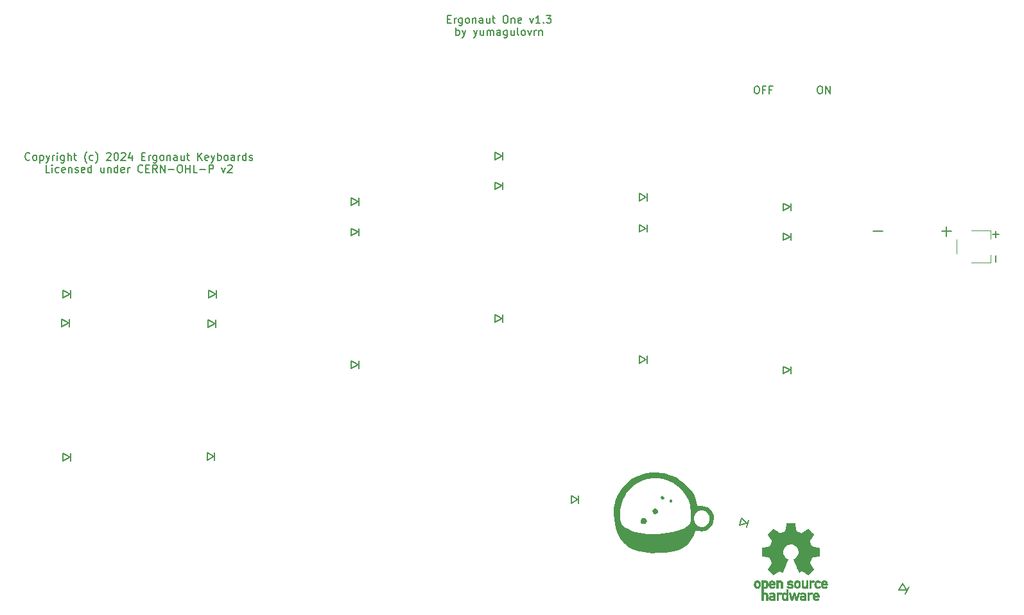
<source format=gto>
%TF.GenerationSoftware,KiCad,Pcbnew,8.0.4*%
%TF.CreationDate,2024-08-30T16:25:15+03:00*%
%TF.ProjectId,pcb,7063622e-6b69-4636-9164-5f7063625858,rev?*%
%TF.SameCoordinates,Original*%
%TF.FileFunction,Legend,Top*%
%TF.FilePolarity,Positive*%
%FSLAX46Y46*%
G04 Gerber Fmt 4.6, Leading zero omitted, Abs format (unit mm)*
G04 Created by KiCad (PCBNEW 8.0.4) date 2024-08-30 16:25:15*
%MOMM*%
%LPD*%
G01*
G04 APERTURE LIST*
%ADD10C,0.200000*%
%ADD11C,0.150000*%
%ADD12C,0.120000*%
%ADD13C,0.010000*%
%ADD14C,0.000000*%
G04 APERTURE END LIST*
D10*
X134690475Y-50123437D02*
X135023808Y-50123437D01*
X135166665Y-50647247D02*
X134690475Y-50647247D01*
X134690475Y-50647247D02*
X134690475Y-49647247D01*
X134690475Y-49647247D02*
X135166665Y-49647247D01*
X135595237Y-50647247D02*
X135595237Y-49980580D01*
X135595237Y-50171056D02*
X135642856Y-50075818D01*
X135642856Y-50075818D02*
X135690475Y-50028199D01*
X135690475Y-50028199D02*
X135785713Y-49980580D01*
X135785713Y-49980580D02*
X135880951Y-49980580D01*
X136642856Y-49980580D02*
X136642856Y-50790104D01*
X136642856Y-50790104D02*
X136595237Y-50885342D01*
X136595237Y-50885342D02*
X136547618Y-50932961D01*
X136547618Y-50932961D02*
X136452380Y-50980580D01*
X136452380Y-50980580D02*
X136309523Y-50980580D01*
X136309523Y-50980580D02*
X136214285Y-50932961D01*
X136642856Y-50599628D02*
X136547618Y-50647247D01*
X136547618Y-50647247D02*
X136357142Y-50647247D01*
X136357142Y-50647247D02*
X136261904Y-50599628D01*
X136261904Y-50599628D02*
X136214285Y-50552008D01*
X136214285Y-50552008D02*
X136166666Y-50456770D01*
X136166666Y-50456770D02*
X136166666Y-50171056D01*
X136166666Y-50171056D02*
X136214285Y-50075818D01*
X136214285Y-50075818D02*
X136261904Y-50028199D01*
X136261904Y-50028199D02*
X136357142Y-49980580D01*
X136357142Y-49980580D02*
X136547618Y-49980580D01*
X136547618Y-49980580D02*
X136642856Y-50028199D01*
X137261904Y-50647247D02*
X137166666Y-50599628D01*
X137166666Y-50599628D02*
X137119047Y-50552008D01*
X137119047Y-50552008D02*
X137071428Y-50456770D01*
X137071428Y-50456770D02*
X137071428Y-50171056D01*
X137071428Y-50171056D02*
X137119047Y-50075818D01*
X137119047Y-50075818D02*
X137166666Y-50028199D01*
X137166666Y-50028199D02*
X137261904Y-49980580D01*
X137261904Y-49980580D02*
X137404761Y-49980580D01*
X137404761Y-49980580D02*
X137499999Y-50028199D01*
X137499999Y-50028199D02*
X137547618Y-50075818D01*
X137547618Y-50075818D02*
X137595237Y-50171056D01*
X137595237Y-50171056D02*
X137595237Y-50456770D01*
X137595237Y-50456770D02*
X137547618Y-50552008D01*
X137547618Y-50552008D02*
X137499999Y-50599628D01*
X137499999Y-50599628D02*
X137404761Y-50647247D01*
X137404761Y-50647247D02*
X137261904Y-50647247D01*
X138023809Y-49980580D02*
X138023809Y-50647247D01*
X138023809Y-50075818D02*
X138071428Y-50028199D01*
X138071428Y-50028199D02*
X138166666Y-49980580D01*
X138166666Y-49980580D02*
X138309523Y-49980580D01*
X138309523Y-49980580D02*
X138404761Y-50028199D01*
X138404761Y-50028199D02*
X138452380Y-50123437D01*
X138452380Y-50123437D02*
X138452380Y-50647247D01*
X139357142Y-50647247D02*
X139357142Y-50123437D01*
X139357142Y-50123437D02*
X139309523Y-50028199D01*
X139309523Y-50028199D02*
X139214285Y-49980580D01*
X139214285Y-49980580D02*
X139023809Y-49980580D01*
X139023809Y-49980580D02*
X138928571Y-50028199D01*
X139357142Y-50599628D02*
X139261904Y-50647247D01*
X139261904Y-50647247D02*
X139023809Y-50647247D01*
X139023809Y-50647247D02*
X138928571Y-50599628D01*
X138928571Y-50599628D02*
X138880952Y-50504389D01*
X138880952Y-50504389D02*
X138880952Y-50409151D01*
X138880952Y-50409151D02*
X138928571Y-50313913D01*
X138928571Y-50313913D02*
X139023809Y-50266294D01*
X139023809Y-50266294D02*
X139261904Y-50266294D01*
X139261904Y-50266294D02*
X139357142Y-50218675D01*
X140261904Y-49980580D02*
X140261904Y-50647247D01*
X139833333Y-49980580D02*
X139833333Y-50504389D01*
X139833333Y-50504389D02*
X139880952Y-50599628D01*
X139880952Y-50599628D02*
X139976190Y-50647247D01*
X139976190Y-50647247D02*
X140119047Y-50647247D01*
X140119047Y-50647247D02*
X140214285Y-50599628D01*
X140214285Y-50599628D02*
X140261904Y-50552008D01*
X140595238Y-49980580D02*
X140976190Y-49980580D01*
X140738095Y-49647247D02*
X140738095Y-50504389D01*
X140738095Y-50504389D02*
X140785714Y-50599628D01*
X140785714Y-50599628D02*
X140880952Y-50647247D01*
X140880952Y-50647247D02*
X140976190Y-50647247D01*
X142261905Y-49647247D02*
X142452381Y-49647247D01*
X142452381Y-49647247D02*
X142547619Y-49694866D01*
X142547619Y-49694866D02*
X142642857Y-49790104D01*
X142642857Y-49790104D02*
X142690476Y-49980580D01*
X142690476Y-49980580D02*
X142690476Y-50313913D01*
X142690476Y-50313913D02*
X142642857Y-50504389D01*
X142642857Y-50504389D02*
X142547619Y-50599628D01*
X142547619Y-50599628D02*
X142452381Y-50647247D01*
X142452381Y-50647247D02*
X142261905Y-50647247D01*
X142261905Y-50647247D02*
X142166667Y-50599628D01*
X142166667Y-50599628D02*
X142071429Y-50504389D01*
X142071429Y-50504389D02*
X142023810Y-50313913D01*
X142023810Y-50313913D02*
X142023810Y-49980580D01*
X142023810Y-49980580D02*
X142071429Y-49790104D01*
X142071429Y-49790104D02*
X142166667Y-49694866D01*
X142166667Y-49694866D02*
X142261905Y-49647247D01*
X143119048Y-49980580D02*
X143119048Y-50647247D01*
X143119048Y-50075818D02*
X143166667Y-50028199D01*
X143166667Y-50028199D02*
X143261905Y-49980580D01*
X143261905Y-49980580D02*
X143404762Y-49980580D01*
X143404762Y-49980580D02*
X143500000Y-50028199D01*
X143500000Y-50028199D02*
X143547619Y-50123437D01*
X143547619Y-50123437D02*
X143547619Y-50647247D01*
X144404762Y-50599628D02*
X144309524Y-50647247D01*
X144309524Y-50647247D02*
X144119048Y-50647247D01*
X144119048Y-50647247D02*
X144023810Y-50599628D01*
X144023810Y-50599628D02*
X143976191Y-50504389D01*
X143976191Y-50504389D02*
X143976191Y-50123437D01*
X143976191Y-50123437D02*
X144023810Y-50028199D01*
X144023810Y-50028199D02*
X144119048Y-49980580D01*
X144119048Y-49980580D02*
X144309524Y-49980580D01*
X144309524Y-49980580D02*
X144404762Y-50028199D01*
X144404762Y-50028199D02*
X144452381Y-50123437D01*
X144452381Y-50123437D02*
X144452381Y-50218675D01*
X144452381Y-50218675D02*
X143976191Y-50313913D01*
X145547620Y-49980580D02*
X145785715Y-50647247D01*
X145785715Y-50647247D02*
X146023810Y-49980580D01*
X146928572Y-50647247D02*
X146357144Y-50647247D01*
X146642858Y-50647247D02*
X146642858Y-49647247D01*
X146642858Y-49647247D02*
X146547620Y-49790104D01*
X146547620Y-49790104D02*
X146452382Y-49885342D01*
X146452382Y-49885342D02*
X146357144Y-49932961D01*
X147357144Y-50552008D02*
X147404763Y-50599628D01*
X147404763Y-50599628D02*
X147357144Y-50647247D01*
X147357144Y-50647247D02*
X147309525Y-50599628D01*
X147309525Y-50599628D02*
X147357144Y-50552008D01*
X147357144Y-50552008D02*
X147357144Y-50647247D01*
X147738096Y-49647247D02*
X148357143Y-49647247D01*
X148357143Y-49647247D02*
X148023810Y-50028199D01*
X148023810Y-50028199D02*
X148166667Y-50028199D01*
X148166667Y-50028199D02*
X148261905Y-50075818D01*
X148261905Y-50075818D02*
X148309524Y-50123437D01*
X148309524Y-50123437D02*
X148357143Y-50218675D01*
X148357143Y-50218675D02*
X148357143Y-50456770D01*
X148357143Y-50456770D02*
X148309524Y-50552008D01*
X148309524Y-50552008D02*
X148261905Y-50599628D01*
X148261905Y-50599628D02*
X148166667Y-50647247D01*
X148166667Y-50647247D02*
X147880953Y-50647247D01*
X147880953Y-50647247D02*
X147785715Y-50599628D01*
X147785715Y-50599628D02*
X147738096Y-50552008D01*
X135809523Y-52257191D02*
X135809523Y-51257191D01*
X135809523Y-51638143D02*
X135904761Y-51590524D01*
X135904761Y-51590524D02*
X136095237Y-51590524D01*
X136095237Y-51590524D02*
X136190475Y-51638143D01*
X136190475Y-51638143D02*
X136238094Y-51685762D01*
X136238094Y-51685762D02*
X136285713Y-51781000D01*
X136285713Y-51781000D02*
X136285713Y-52066714D01*
X136285713Y-52066714D02*
X136238094Y-52161952D01*
X136238094Y-52161952D02*
X136190475Y-52209572D01*
X136190475Y-52209572D02*
X136095237Y-52257191D01*
X136095237Y-52257191D02*
X135904761Y-52257191D01*
X135904761Y-52257191D02*
X135809523Y-52209572D01*
X136619047Y-51590524D02*
X136857142Y-52257191D01*
X137095237Y-51590524D02*
X136857142Y-52257191D01*
X136857142Y-52257191D02*
X136761904Y-52495286D01*
X136761904Y-52495286D02*
X136714285Y-52542905D01*
X136714285Y-52542905D02*
X136619047Y-52590524D01*
X138142857Y-51590524D02*
X138380952Y-52257191D01*
X138619047Y-51590524D02*
X138380952Y-52257191D01*
X138380952Y-52257191D02*
X138285714Y-52495286D01*
X138285714Y-52495286D02*
X138238095Y-52542905D01*
X138238095Y-52542905D02*
X138142857Y-52590524D01*
X139428571Y-51590524D02*
X139428571Y-52257191D01*
X139000000Y-51590524D02*
X139000000Y-52114333D01*
X139000000Y-52114333D02*
X139047619Y-52209572D01*
X139047619Y-52209572D02*
X139142857Y-52257191D01*
X139142857Y-52257191D02*
X139285714Y-52257191D01*
X139285714Y-52257191D02*
X139380952Y-52209572D01*
X139380952Y-52209572D02*
X139428571Y-52161952D01*
X139904762Y-52257191D02*
X139904762Y-51590524D01*
X139904762Y-51685762D02*
X139952381Y-51638143D01*
X139952381Y-51638143D02*
X140047619Y-51590524D01*
X140047619Y-51590524D02*
X140190476Y-51590524D01*
X140190476Y-51590524D02*
X140285714Y-51638143D01*
X140285714Y-51638143D02*
X140333333Y-51733381D01*
X140333333Y-51733381D02*
X140333333Y-52257191D01*
X140333333Y-51733381D02*
X140380952Y-51638143D01*
X140380952Y-51638143D02*
X140476190Y-51590524D01*
X140476190Y-51590524D02*
X140619047Y-51590524D01*
X140619047Y-51590524D02*
X140714286Y-51638143D01*
X140714286Y-51638143D02*
X140761905Y-51733381D01*
X140761905Y-51733381D02*
X140761905Y-52257191D01*
X141666666Y-52257191D02*
X141666666Y-51733381D01*
X141666666Y-51733381D02*
X141619047Y-51638143D01*
X141619047Y-51638143D02*
X141523809Y-51590524D01*
X141523809Y-51590524D02*
X141333333Y-51590524D01*
X141333333Y-51590524D02*
X141238095Y-51638143D01*
X141666666Y-52209572D02*
X141571428Y-52257191D01*
X141571428Y-52257191D02*
X141333333Y-52257191D01*
X141333333Y-52257191D02*
X141238095Y-52209572D01*
X141238095Y-52209572D02*
X141190476Y-52114333D01*
X141190476Y-52114333D02*
X141190476Y-52019095D01*
X141190476Y-52019095D02*
X141238095Y-51923857D01*
X141238095Y-51923857D02*
X141333333Y-51876238D01*
X141333333Y-51876238D02*
X141571428Y-51876238D01*
X141571428Y-51876238D02*
X141666666Y-51828619D01*
X142571428Y-51590524D02*
X142571428Y-52400048D01*
X142571428Y-52400048D02*
X142523809Y-52495286D01*
X142523809Y-52495286D02*
X142476190Y-52542905D01*
X142476190Y-52542905D02*
X142380952Y-52590524D01*
X142380952Y-52590524D02*
X142238095Y-52590524D01*
X142238095Y-52590524D02*
X142142857Y-52542905D01*
X142571428Y-52209572D02*
X142476190Y-52257191D01*
X142476190Y-52257191D02*
X142285714Y-52257191D01*
X142285714Y-52257191D02*
X142190476Y-52209572D01*
X142190476Y-52209572D02*
X142142857Y-52161952D01*
X142142857Y-52161952D02*
X142095238Y-52066714D01*
X142095238Y-52066714D02*
X142095238Y-51781000D01*
X142095238Y-51781000D02*
X142142857Y-51685762D01*
X142142857Y-51685762D02*
X142190476Y-51638143D01*
X142190476Y-51638143D02*
X142285714Y-51590524D01*
X142285714Y-51590524D02*
X142476190Y-51590524D01*
X142476190Y-51590524D02*
X142571428Y-51638143D01*
X143476190Y-51590524D02*
X143476190Y-52257191D01*
X143047619Y-51590524D02*
X143047619Y-52114333D01*
X143047619Y-52114333D02*
X143095238Y-52209572D01*
X143095238Y-52209572D02*
X143190476Y-52257191D01*
X143190476Y-52257191D02*
X143333333Y-52257191D01*
X143333333Y-52257191D02*
X143428571Y-52209572D01*
X143428571Y-52209572D02*
X143476190Y-52161952D01*
X144095238Y-52257191D02*
X144000000Y-52209572D01*
X144000000Y-52209572D02*
X143952381Y-52114333D01*
X143952381Y-52114333D02*
X143952381Y-51257191D01*
X144619048Y-52257191D02*
X144523810Y-52209572D01*
X144523810Y-52209572D02*
X144476191Y-52161952D01*
X144476191Y-52161952D02*
X144428572Y-52066714D01*
X144428572Y-52066714D02*
X144428572Y-51781000D01*
X144428572Y-51781000D02*
X144476191Y-51685762D01*
X144476191Y-51685762D02*
X144523810Y-51638143D01*
X144523810Y-51638143D02*
X144619048Y-51590524D01*
X144619048Y-51590524D02*
X144761905Y-51590524D01*
X144761905Y-51590524D02*
X144857143Y-51638143D01*
X144857143Y-51638143D02*
X144904762Y-51685762D01*
X144904762Y-51685762D02*
X144952381Y-51781000D01*
X144952381Y-51781000D02*
X144952381Y-52066714D01*
X144952381Y-52066714D02*
X144904762Y-52161952D01*
X144904762Y-52161952D02*
X144857143Y-52209572D01*
X144857143Y-52209572D02*
X144761905Y-52257191D01*
X144761905Y-52257191D02*
X144619048Y-52257191D01*
X145285715Y-51590524D02*
X145523810Y-52257191D01*
X145523810Y-52257191D02*
X145761905Y-51590524D01*
X146142858Y-52257191D02*
X146142858Y-51590524D01*
X146142858Y-51781000D02*
X146190477Y-51685762D01*
X146190477Y-51685762D02*
X146238096Y-51638143D01*
X146238096Y-51638143D02*
X146333334Y-51590524D01*
X146333334Y-51590524D02*
X146428572Y-51590524D01*
X146761906Y-51590524D02*
X146761906Y-52257191D01*
X146761906Y-51685762D02*
X146809525Y-51638143D01*
X146809525Y-51638143D02*
X146904763Y-51590524D01*
X146904763Y-51590524D02*
X147047620Y-51590524D01*
X147047620Y-51590524D02*
X147142858Y-51638143D01*
X147142858Y-51638143D02*
X147190477Y-51733381D01*
X147190477Y-51733381D02*
X147190477Y-52257191D01*
X79619044Y-68642978D02*
X79571425Y-68690598D01*
X79571425Y-68690598D02*
X79428568Y-68738217D01*
X79428568Y-68738217D02*
X79333330Y-68738217D01*
X79333330Y-68738217D02*
X79190473Y-68690598D01*
X79190473Y-68690598D02*
X79095235Y-68595359D01*
X79095235Y-68595359D02*
X79047616Y-68500121D01*
X79047616Y-68500121D02*
X78999997Y-68309645D01*
X78999997Y-68309645D02*
X78999997Y-68166788D01*
X78999997Y-68166788D02*
X79047616Y-67976312D01*
X79047616Y-67976312D02*
X79095235Y-67881074D01*
X79095235Y-67881074D02*
X79190473Y-67785836D01*
X79190473Y-67785836D02*
X79333330Y-67738217D01*
X79333330Y-67738217D02*
X79428568Y-67738217D01*
X79428568Y-67738217D02*
X79571425Y-67785836D01*
X79571425Y-67785836D02*
X79619044Y-67833455D01*
X80190473Y-68738217D02*
X80095235Y-68690598D01*
X80095235Y-68690598D02*
X80047616Y-68642978D01*
X80047616Y-68642978D02*
X79999997Y-68547740D01*
X79999997Y-68547740D02*
X79999997Y-68262026D01*
X79999997Y-68262026D02*
X80047616Y-68166788D01*
X80047616Y-68166788D02*
X80095235Y-68119169D01*
X80095235Y-68119169D02*
X80190473Y-68071550D01*
X80190473Y-68071550D02*
X80333330Y-68071550D01*
X80333330Y-68071550D02*
X80428568Y-68119169D01*
X80428568Y-68119169D02*
X80476187Y-68166788D01*
X80476187Y-68166788D02*
X80523806Y-68262026D01*
X80523806Y-68262026D02*
X80523806Y-68547740D01*
X80523806Y-68547740D02*
X80476187Y-68642978D01*
X80476187Y-68642978D02*
X80428568Y-68690598D01*
X80428568Y-68690598D02*
X80333330Y-68738217D01*
X80333330Y-68738217D02*
X80190473Y-68738217D01*
X80952378Y-68071550D02*
X80952378Y-69071550D01*
X80952378Y-68119169D02*
X81047616Y-68071550D01*
X81047616Y-68071550D02*
X81238092Y-68071550D01*
X81238092Y-68071550D02*
X81333330Y-68119169D01*
X81333330Y-68119169D02*
X81380949Y-68166788D01*
X81380949Y-68166788D02*
X81428568Y-68262026D01*
X81428568Y-68262026D02*
X81428568Y-68547740D01*
X81428568Y-68547740D02*
X81380949Y-68642978D01*
X81380949Y-68642978D02*
X81333330Y-68690598D01*
X81333330Y-68690598D02*
X81238092Y-68738217D01*
X81238092Y-68738217D02*
X81047616Y-68738217D01*
X81047616Y-68738217D02*
X80952378Y-68690598D01*
X81761902Y-68071550D02*
X81999997Y-68738217D01*
X82238092Y-68071550D02*
X81999997Y-68738217D01*
X81999997Y-68738217D02*
X81904759Y-68976312D01*
X81904759Y-68976312D02*
X81857140Y-69023931D01*
X81857140Y-69023931D02*
X81761902Y-69071550D01*
X82619045Y-68738217D02*
X82619045Y-68071550D01*
X82619045Y-68262026D02*
X82666664Y-68166788D01*
X82666664Y-68166788D02*
X82714283Y-68119169D01*
X82714283Y-68119169D02*
X82809521Y-68071550D01*
X82809521Y-68071550D02*
X82904759Y-68071550D01*
X83238093Y-68738217D02*
X83238093Y-68071550D01*
X83238093Y-67738217D02*
X83190474Y-67785836D01*
X83190474Y-67785836D02*
X83238093Y-67833455D01*
X83238093Y-67833455D02*
X83285712Y-67785836D01*
X83285712Y-67785836D02*
X83238093Y-67738217D01*
X83238093Y-67738217D02*
X83238093Y-67833455D01*
X84142854Y-68071550D02*
X84142854Y-68881074D01*
X84142854Y-68881074D02*
X84095235Y-68976312D01*
X84095235Y-68976312D02*
X84047616Y-69023931D01*
X84047616Y-69023931D02*
X83952378Y-69071550D01*
X83952378Y-69071550D02*
X83809521Y-69071550D01*
X83809521Y-69071550D02*
X83714283Y-69023931D01*
X84142854Y-68690598D02*
X84047616Y-68738217D01*
X84047616Y-68738217D02*
X83857140Y-68738217D01*
X83857140Y-68738217D02*
X83761902Y-68690598D01*
X83761902Y-68690598D02*
X83714283Y-68642978D01*
X83714283Y-68642978D02*
X83666664Y-68547740D01*
X83666664Y-68547740D02*
X83666664Y-68262026D01*
X83666664Y-68262026D02*
X83714283Y-68166788D01*
X83714283Y-68166788D02*
X83761902Y-68119169D01*
X83761902Y-68119169D02*
X83857140Y-68071550D01*
X83857140Y-68071550D02*
X84047616Y-68071550D01*
X84047616Y-68071550D02*
X84142854Y-68119169D01*
X84619045Y-68738217D02*
X84619045Y-67738217D01*
X85047616Y-68738217D02*
X85047616Y-68214407D01*
X85047616Y-68214407D02*
X84999997Y-68119169D01*
X84999997Y-68119169D02*
X84904759Y-68071550D01*
X84904759Y-68071550D02*
X84761902Y-68071550D01*
X84761902Y-68071550D02*
X84666664Y-68119169D01*
X84666664Y-68119169D02*
X84619045Y-68166788D01*
X85380950Y-68071550D02*
X85761902Y-68071550D01*
X85523807Y-67738217D02*
X85523807Y-68595359D01*
X85523807Y-68595359D02*
X85571426Y-68690598D01*
X85571426Y-68690598D02*
X85666664Y-68738217D01*
X85666664Y-68738217D02*
X85761902Y-68738217D01*
X87142855Y-69119169D02*
X87095236Y-69071550D01*
X87095236Y-69071550D02*
X86999998Y-68928693D01*
X86999998Y-68928693D02*
X86952379Y-68833455D01*
X86952379Y-68833455D02*
X86904760Y-68690598D01*
X86904760Y-68690598D02*
X86857141Y-68452502D01*
X86857141Y-68452502D02*
X86857141Y-68262026D01*
X86857141Y-68262026D02*
X86904760Y-68023931D01*
X86904760Y-68023931D02*
X86952379Y-67881074D01*
X86952379Y-67881074D02*
X86999998Y-67785836D01*
X86999998Y-67785836D02*
X87095236Y-67642978D01*
X87095236Y-67642978D02*
X87142855Y-67595359D01*
X87952379Y-68690598D02*
X87857141Y-68738217D01*
X87857141Y-68738217D02*
X87666665Y-68738217D01*
X87666665Y-68738217D02*
X87571427Y-68690598D01*
X87571427Y-68690598D02*
X87523808Y-68642978D01*
X87523808Y-68642978D02*
X87476189Y-68547740D01*
X87476189Y-68547740D02*
X87476189Y-68262026D01*
X87476189Y-68262026D02*
X87523808Y-68166788D01*
X87523808Y-68166788D02*
X87571427Y-68119169D01*
X87571427Y-68119169D02*
X87666665Y-68071550D01*
X87666665Y-68071550D02*
X87857141Y-68071550D01*
X87857141Y-68071550D02*
X87952379Y-68119169D01*
X88285713Y-69119169D02*
X88333332Y-69071550D01*
X88333332Y-69071550D02*
X88428570Y-68928693D01*
X88428570Y-68928693D02*
X88476189Y-68833455D01*
X88476189Y-68833455D02*
X88523808Y-68690598D01*
X88523808Y-68690598D02*
X88571427Y-68452502D01*
X88571427Y-68452502D02*
X88571427Y-68262026D01*
X88571427Y-68262026D02*
X88523808Y-68023931D01*
X88523808Y-68023931D02*
X88476189Y-67881074D01*
X88476189Y-67881074D02*
X88428570Y-67785836D01*
X88428570Y-67785836D02*
X88333332Y-67642978D01*
X88333332Y-67642978D02*
X88285713Y-67595359D01*
X89761904Y-67833455D02*
X89809523Y-67785836D01*
X89809523Y-67785836D02*
X89904761Y-67738217D01*
X89904761Y-67738217D02*
X90142856Y-67738217D01*
X90142856Y-67738217D02*
X90238094Y-67785836D01*
X90238094Y-67785836D02*
X90285713Y-67833455D01*
X90285713Y-67833455D02*
X90333332Y-67928693D01*
X90333332Y-67928693D02*
X90333332Y-68023931D01*
X90333332Y-68023931D02*
X90285713Y-68166788D01*
X90285713Y-68166788D02*
X89714285Y-68738217D01*
X89714285Y-68738217D02*
X90333332Y-68738217D01*
X90952380Y-67738217D02*
X91047618Y-67738217D01*
X91047618Y-67738217D02*
X91142856Y-67785836D01*
X91142856Y-67785836D02*
X91190475Y-67833455D01*
X91190475Y-67833455D02*
X91238094Y-67928693D01*
X91238094Y-67928693D02*
X91285713Y-68119169D01*
X91285713Y-68119169D02*
X91285713Y-68357264D01*
X91285713Y-68357264D02*
X91238094Y-68547740D01*
X91238094Y-68547740D02*
X91190475Y-68642978D01*
X91190475Y-68642978D02*
X91142856Y-68690598D01*
X91142856Y-68690598D02*
X91047618Y-68738217D01*
X91047618Y-68738217D02*
X90952380Y-68738217D01*
X90952380Y-68738217D02*
X90857142Y-68690598D01*
X90857142Y-68690598D02*
X90809523Y-68642978D01*
X90809523Y-68642978D02*
X90761904Y-68547740D01*
X90761904Y-68547740D02*
X90714285Y-68357264D01*
X90714285Y-68357264D02*
X90714285Y-68119169D01*
X90714285Y-68119169D02*
X90761904Y-67928693D01*
X90761904Y-67928693D02*
X90809523Y-67833455D01*
X90809523Y-67833455D02*
X90857142Y-67785836D01*
X90857142Y-67785836D02*
X90952380Y-67738217D01*
X91666666Y-67833455D02*
X91714285Y-67785836D01*
X91714285Y-67785836D02*
X91809523Y-67738217D01*
X91809523Y-67738217D02*
X92047618Y-67738217D01*
X92047618Y-67738217D02*
X92142856Y-67785836D01*
X92142856Y-67785836D02*
X92190475Y-67833455D01*
X92190475Y-67833455D02*
X92238094Y-67928693D01*
X92238094Y-67928693D02*
X92238094Y-68023931D01*
X92238094Y-68023931D02*
X92190475Y-68166788D01*
X92190475Y-68166788D02*
X91619047Y-68738217D01*
X91619047Y-68738217D02*
X92238094Y-68738217D01*
X93095237Y-68071550D02*
X93095237Y-68738217D01*
X92857142Y-67690598D02*
X92619047Y-68404883D01*
X92619047Y-68404883D02*
X93238094Y-68404883D01*
X94380952Y-68214407D02*
X94714285Y-68214407D01*
X94857142Y-68738217D02*
X94380952Y-68738217D01*
X94380952Y-68738217D02*
X94380952Y-67738217D01*
X94380952Y-67738217D02*
X94857142Y-67738217D01*
X95285714Y-68738217D02*
X95285714Y-68071550D01*
X95285714Y-68262026D02*
X95333333Y-68166788D01*
X95333333Y-68166788D02*
X95380952Y-68119169D01*
X95380952Y-68119169D02*
X95476190Y-68071550D01*
X95476190Y-68071550D02*
X95571428Y-68071550D01*
X96333333Y-68071550D02*
X96333333Y-68881074D01*
X96333333Y-68881074D02*
X96285714Y-68976312D01*
X96285714Y-68976312D02*
X96238095Y-69023931D01*
X96238095Y-69023931D02*
X96142857Y-69071550D01*
X96142857Y-69071550D02*
X96000000Y-69071550D01*
X96000000Y-69071550D02*
X95904762Y-69023931D01*
X96333333Y-68690598D02*
X96238095Y-68738217D01*
X96238095Y-68738217D02*
X96047619Y-68738217D01*
X96047619Y-68738217D02*
X95952381Y-68690598D01*
X95952381Y-68690598D02*
X95904762Y-68642978D01*
X95904762Y-68642978D02*
X95857143Y-68547740D01*
X95857143Y-68547740D02*
X95857143Y-68262026D01*
X95857143Y-68262026D02*
X95904762Y-68166788D01*
X95904762Y-68166788D02*
X95952381Y-68119169D01*
X95952381Y-68119169D02*
X96047619Y-68071550D01*
X96047619Y-68071550D02*
X96238095Y-68071550D01*
X96238095Y-68071550D02*
X96333333Y-68119169D01*
X96952381Y-68738217D02*
X96857143Y-68690598D01*
X96857143Y-68690598D02*
X96809524Y-68642978D01*
X96809524Y-68642978D02*
X96761905Y-68547740D01*
X96761905Y-68547740D02*
X96761905Y-68262026D01*
X96761905Y-68262026D02*
X96809524Y-68166788D01*
X96809524Y-68166788D02*
X96857143Y-68119169D01*
X96857143Y-68119169D02*
X96952381Y-68071550D01*
X96952381Y-68071550D02*
X97095238Y-68071550D01*
X97095238Y-68071550D02*
X97190476Y-68119169D01*
X97190476Y-68119169D02*
X97238095Y-68166788D01*
X97238095Y-68166788D02*
X97285714Y-68262026D01*
X97285714Y-68262026D02*
X97285714Y-68547740D01*
X97285714Y-68547740D02*
X97238095Y-68642978D01*
X97238095Y-68642978D02*
X97190476Y-68690598D01*
X97190476Y-68690598D02*
X97095238Y-68738217D01*
X97095238Y-68738217D02*
X96952381Y-68738217D01*
X97714286Y-68071550D02*
X97714286Y-68738217D01*
X97714286Y-68166788D02*
X97761905Y-68119169D01*
X97761905Y-68119169D02*
X97857143Y-68071550D01*
X97857143Y-68071550D02*
X98000000Y-68071550D01*
X98000000Y-68071550D02*
X98095238Y-68119169D01*
X98095238Y-68119169D02*
X98142857Y-68214407D01*
X98142857Y-68214407D02*
X98142857Y-68738217D01*
X99047619Y-68738217D02*
X99047619Y-68214407D01*
X99047619Y-68214407D02*
X99000000Y-68119169D01*
X99000000Y-68119169D02*
X98904762Y-68071550D01*
X98904762Y-68071550D02*
X98714286Y-68071550D01*
X98714286Y-68071550D02*
X98619048Y-68119169D01*
X99047619Y-68690598D02*
X98952381Y-68738217D01*
X98952381Y-68738217D02*
X98714286Y-68738217D01*
X98714286Y-68738217D02*
X98619048Y-68690598D01*
X98619048Y-68690598D02*
X98571429Y-68595359D01*
X98571429Y-68595359D02*
X98571429Y-68500121D01*
X98571429Y-68500121D02*
X98619048Y-68404883D01*
X98619048Y-68404883D02*
X98714286Y-68357264D01*
X98714286Y-68357264D02*
X98952381Y-68357264D01*
X98952381Y-68357264D02*
X99047619Y-68309645D01*
X99952381Y-68071550D02*
X99952381Y-68738217D01*
X99523810Y-68071550D02*
X99523810Y-68595359D01*
X99523810Y-68595359D02*
X99571429Y-68690598D01*
X99571429Y-68690598D02*
X99666667Y-68738217D01*
X99666667Y-68738217D02*
X99809524Y-68738217D01*
X99809524Y-68738217D02*
X99904762Y-68690598D01*
X99904762Y-68690598D02*
X99952381Y-68642978D01*
X100285715Y-68071550D02*
X100666667Y-68071550D01*
X100428572Y-67738217D02*
X100428572Y-68595359D01*
X100428572Y-68595359D02*
X100476191Y-68690598D01*
X100476191Y-68690598D02*
X100571429Y-68738217D01*
X100571429Y-68738217D02*
X100666667Y-68738217D01*
X101761906Y-68738217D02*
X101761906Y-67738217D01*
X102333334Y-68738217D02*
X101904763Y-68166788D01*
X102333334Y-67738217D02*
X101761906Y-68309645D01*
X103142858Y-68690598D02*
X103047620Y-68738217D01*
X103047620Y-68738217D02*
X102857144Y-68738217D01*
X102857144Y-68738217D02*
X102761906Y-68690598D01*
X102761906Y-68690598D02*
X102714287Y-68595359D01*
X102714287Y-68595359D02*
X102714287Y-68214407D01*
X102714287Y-68214407D02*
X102761906Y-68119169D01*
X102761906Y-68119169D02*
X102857144Y-68071550D01*
X102857144Y-68071550D02*
X103047620Y-68071550D01*
X103047620Y-68071550D02*
X103142858Y-68119169D01*
X103142858Y-68119169D02*
X103190477Y-68214407D01*
X103190477Y-68214407D02*
X103190477Y-68309645D01*
X103190477Y-68309645D02*
X102714287Y-68404883D01*
X103523811Y-68071550D02*
X103761906Y-68738217D01*
X104000001Y-68071550D02*
X103761906Y-68738217D01*
X103761906Y-68738217D02*
X103666668Y-68976312D01*
X103666668Y-68976312D02*
X103619049Y-69023931D01*
X103619049Y-69023931D02*
X103523811Y-69071550D01*
X104380954Y-68738217D02*
X104380954Y-67738217D01*
X104380954Y-68119169D02*
X104476192Y-68071550D01*
X104476192Y-68071550D02*
X104666668Y-68071550D01*
X104666668Y-68071550D02*
X104761906Y-68119169D01*
X104761906Y-68119169D02*
X104809525Y-68166788D01*
X104809525Y-68166788D02*
X104857144Y-68262026D01*
X104857144Y-68262026D02*
X104857144Y-68547740D01*
X104857144Y-68547740D02*
X104809525Y-68642978D01*
X104809525Y-68642978D02*
X104761906Y-68690598D01*
X104761906Y-68690598D02*
X104666668Y-68738217D01*
X104666668Y-68738217D02*
X104476192Y-68738217D01*
X104476192Y-68738217D02*
X104380954Y-68690598D01*
X105428573Y-68738217D02*
X105333335Y-68690598D01*
X105333335Y-68690598D02*
X105285716Y-68642978D01*
X105285716Y-68642978D02*
X105238097Y-68547740D01*
X105238097Y-68547740D02*
X105238097Y-68262026D01*
X105238097Y-68262026D02*
X105285716Y-68166788D01*
X105285716Y-68166788D02*
X105333335Y-68119169D01*
X105333335Y-68119169D02*
X105428573Y-68071550D01*
X105428573Y-68071550D02*
X105571430Y-68071550D01*
X105571430Y-68071550D02*
X105666668Y-68119169D01*
X105666668Y-68119169D02*
X105714287Y-68166788D01*
X105714287Y-68166788D02*
X105761906Y-68262026D01*
X105761906Y-68262026D02*
X105761906Y-68547740D01*
X105761906Y-68547740D02*
X105714287Y-68642978D01*
X105714287Y-68642978D02*
X105666668Y-68690598D01*
X105666668Y-68690598D02*
X105571430Y-68738217D01*
X105571430Y-68738217D02*
X105428573Y-68738217D01*
X106619049Y-68738217D02*
X106619049Y-68214407D01*
X106619049Y-68214407D02*
X106571430Y-68119169D01*
X106571430Y-68119169D02*
X106476192Y-68071550D01*
X106476192Y-68071550D02*
X106285716Y-68071550D01*
X106285716Y-68071550D02*
X106190478Y-68119169D01*
X106619049Y-68690598D02*
X106523811Y-68738217D01*
X106523811Y-68738217D02*
X106285716Y-68738217D01*
X106285716Y-68738217D02*
X106190478Y-68690598D01*
X106190478Y-68690598D02*
X106142859Y-68595359D01*
X106142859Y-68595359D02*
X106142859Y-68500121D01*
X106142859Y-68500121D02*
X106190478Y-68404883D01*
X106190478Y-68404883D02*
X106285716Y-68357264D01*
X106285716Y-68357264D02*
X106523811Y-68357264D01*
X106523811Y-68357264D02*
X106619049Y-68309645D01*
X107095240Y-68738217D02*
X107095240Y-68071550D01*
X107095240Y-68262026D02*
X107142859Y-68166788D01*
X107142859Y-68166788D02*
X107190478Y-68119169D01*
X107190478Y-68119169D02*
X107285716Y-68071550D01*
X107285716Y-68071550D02*
X107380954Y-68071550D01*
X108142859Y-68738217D02*
X108142859Y-67738217D01*
X108142859Y-68690598D02*
X108047621Y-68738217D01*
X108047621Y-68738217D02*
X107857145Y-68738217D01*
X107857145Y-68738217D02*
X107761907Y-68690598D01*
X107761907Y-68690598D02*
X107714288Y-68642978D01*
X107714288Y-68642978D02*
X107666669Y-68547740D01*
X107666669Y-68547740D02*
X107666669Y-68262026D01*
X107666669Y-68262026D02*
X107714288Y-68166788D01*
X107714288Y-68166788D02*
X107761907Y-68119169D01*
X107761907Y-68119169D02*
X107857145Y-68071550D01*
X107857145Y-68071550D02*
X108047621Y-68071550D01*
X108047621Y-68071550D02*
X108142859Y-68119169D01*
X108571431Y-68690598D02*
X108666669Y-68738217D01*
X108666669Y-68738217D02*
X108857145Y-68738217D01*
X108857145Y-68738217D02*
X108952383Y-68690598D01*
X108952383Y-68690598D02*
X109000002Y-68595359D01*
X109000002Y-68595359D02*
X109000002Y-68547740D01*
X109000002Y-68547740D02*
X108952383Y-68452502D01*
X108952383Y-68452502D02*
X108857145Y-68404883D01*
X108857145Y-68404883D02*
X108714288Y-68404883D01*
X108714288Y-68404883D02*
X108619050Y-68357264D01*
X108619050Y-68357264D02*
X108571431Y-68262026D01*
X108571431Y-68262026D02*
X108571431Y-68214407D01*
X108571431Y-68214407D02*
X108619050Y-68119169D01*
X108619050Y-68119169D02*
X108714288Y-68071550D01*
X108714288Y-68071550D02*
X108857145Y-68071550D01*
X108857145Y-68071550D02*
X108952383Y-68119169D01*
X82214284Y-70348161D02*
X81738094Y-70348161D01*
X81738094Y-70348161D02*
X81738094Y-69348161D01*
X82547618Y-70348161D02*
X82547618Y-69681494D01*
X82547618Y-69348161D02*
X82499999Y-69395780D01*
X82499999Y-69395780D02*
X82547618Y-69443399D01*
X82547618Y-69443399D02*
X82595237Y-69395780D01*
X82595237Y-69395780D02*
X82547618Y-69348161D01*
X82547618Y-69348161D02*
X82547618Y-69443399D01*
X83452379Y-70300542D02*
X83357141Y-70348161D01*
X83357141Y-70348161D02*
X83166665Y-70348161D01*
X83166665Y-70348161D02*
X83071427Y-70300542D01*
X83071427Y-70300542D02*
X83023808Y-70252922D01*
X83023808Y-70252922D02*
X82976189Y-70157684D01*
X82976189Y-70157684D02*
X82976189Y-69871970D01*
X82976189Y-69871970D02*
X83023808Y-69776732D01*
X83023808Y-69776732D02*
X83071427Y-69729113D01*
X83071427Y-69729113D02*
X83166665Y-69681494D01*
X83166665Y-69681494D02*
X83357141Y-69681494D01*
X83357141Y-69681494D02*
X83452379Y-69729113D01*
X84261903Y-70300542D02*
X84166665Y-70348161D01*
X84166665Y-70348161D02*
X83976189Y-70348161D01*
X83976189Y-70348161D02*
X83880951Y-70300542D01*
X83880951Y-70300542D02*
X83833332Y-70205303D01*
X83833332Y-70205303D02*
X83833332Y-69824351D01*
X83833332Y-69824351D02*
X83880951Y-69729113D01*
X83880951Y-69729113D02*
X83976189Y-69681494D01*
X83976189Y-69681494D02*
X84166665Y-69681494D01*
X84166665Y-69681494D02*
X84261903Y-69729113D01*
X84261903Y-69729113D02*
X84309522Y-69824351D01*
X84309522Y-69824351D02*
X84309522Y-69919589D01*
X84309522Y-69919589D02*
X83833332Y-70014827D01*
X84738094Y-69681494D02*
X84738094Y-70348161D01*
X84738094Y-69776732D02*
X84785713Y-69729113D01*
X84785713Y-69729113D02*
X84880951Y-69681494D01*
X84880951Y-69681494D02*
X85023808Y-69681494D01*
X85023808Y-69681494D02*
X85119046Y-69729113D01*
X85119046Y-69729113D02*
X85166665Y-69824351D01*
X85166665Y-69824351D02*
X85166665Y-70348161D01*
X85595237Y-70300542D02*
X85690475Y-70348161D01*
X85690475Y-70348161D02*
X85880951Y-70348161D01*
X85880951Y-70348161D02*
X85976189Y-70300542D01*
X85976189Y-70300542D02*
X86023808Y-70205303D01*
X86023808Y-70205303D02*
X86023808Y-70157684D01*
X86023808Y-70157684D02*
X85976189Y-70062446D01*
X85976189Y-70062446D02*
X85880951Y-70014827D01*
X85880951Y-70014827D02*
X85738094Y-70014827D01*
X85738094Y-70014827D02*
X85642856Y-69967208D01*
X85642856Y-69967208D02*
X85595237Y-69871970D01*
X85595237Y-69871970D02*
X85595237Y-69824351D01*
X85595237Y-69824351D02*
X85642856Y-69729113D01*
X85642856Y-69729113D02*
X85738094Y-69681494D01*
X85738094Y-69681494D02*
X85880951Y-69681494D01*
X85880951Y-69681494D02*
X85976189Y-69729113D01*
X86833332Y-70300542D02*
X86738094Y-70348161D01*
X86738094Y-70348161D02*
X86547618Y-70348161D01*
X86547618Y-70348161D02*
X86452380Y-70300542D01*
X86452380Y-70300542D02*
X86404761Y-70205303D01*
X86404761Y-70205303D02*
X86404761Y-69824351D01*
X86404761Y-69824351D02*
X86452380Y-69729113D01*
X86452380Y-69729113D02*
X86547618Y-69681494D01*
X86547618Y-69681494D02*
X86738094Y-69681494D01*
X86738094Y-69681494D02*
X86833332Y-69729113D01*
X86833332Y-69729113D02*
X86880951Y-69824351D01*
X86880951Y-69824351D02*
X86880951Y-69919589D01*
X86880951Y-69919589D02*
X86404761Y-70014827D01*
X87738094Y-70348161D02*
X87738094Y-69348161D01*
X87738094Y-70300542D02*
X87642856Y-70348161D01*
X87642856Y-70348161D02*
X87452380Y-70348161D01*
X87452380Y-70348161D02*
X87357142Y-70300542D01*
X87357142Y-70300542D02*
X87309523Y-70252922D01*
X87309523Y-70252922D02*
X87261904Y-70157684D01*
X87261904Y-70157684D02*
X87261904Y-69871970D01*
X87261904Y-69871970D02*
X87309523Y-69776732D01*
X87309523Y-69776732D02*
X87357142Y-69729113D01*
X87357142Y-69729113D02*
X87452380Y-69681494D01*
X87452380Y-69681494D02*
X87642856Y-69681494D01*
X87642856Y-69681494D02*
X87738094Y-69729113D01*
X89404761Y-69681494D02*
X89404761Y-70348161D01*
X88976190Y-69681494D02*
X88976190Y-70205303D01*
X88976190Y-70205303D02*
X89023809Y-70300542D01*
X89023809Y-70300542D02*
X89119047Y-70348161D01*
X89119047Y-70348161D02*
X89261904Y-70348161D01*
X89261904Y-70348161D02*
X89357142Y-70300542D01*
X89357142Y-70300542D02*
X89404761Y-70252922D01*
X89880952Y-69681494D02*
X89880952Y-70348161D01*
X89880952Y-69776732D02*
X89928571Y-69729113D01*
X89928571Y-69729113D02*
X90023809Y-69681494D01*
X90023809Y-69681494D02*
X90166666Y-69681494D01*
X90166666Y-69681494D02*
X90261904Y-69729113D01*
X90261904Y-69729113D02*
X90309523Y-69824351D01*
X90309523Y-69824351D02*
X90309523Y-70348161D01*
X91214285Y-70348161D02*
X91214285Y-69348161D01*
X91214285Y-70300542D02*
X91119047Y-70348161D01*
X91119047Y-70348161D02*
X90928571Y-70348161D01*
X90928571Y-70348161D02*
X90833333Y-70300542D01*
X90833333Y-70300542D02*
X90785714Y-70252922D01*
X90785714Y-70252922D02*
X90738095Y-70157684D01*
X90738095Y-70157684D02*
X90738095Y-69871970D01*
X90738095Y-69871970D02*
X90785714Y-69776732D01*
X90785714Y-69776732D02*
X90833333Y-69729113D01*
X90833333Y-69729113D02*
X90928571Y-69681494D01*
X90928571Y-69681494D02*
X91119047Y-69681494D01*
X91119047Y-69681494D02*
X91214285Y-69729113D01*
X92071428Y-70300542D02*
X91976190Y-70348161D01*
X91976190Y-70348161D02*
X91785714Y-70348161D01*
X91785714Y-70348161D02*
X91690476Y-70300542D01*
X91690476Y-70300542D02*
X91642857Y-70205303D01*
X91642857Y-70205303D02*
X91642857Y-69824351D01*
X91642857Y-69824351D02*
X91690476Y-69729113D01*
X91690476Y-69729113D02*
X91785714Y-69681494D01*
X91785714Y-69681494D02*
X91976190Y-69681494D01*
X91976190Y-69681494D02*
X92071428Y-69729113D01*
X92071428Y-69729113D02*
X92119047Y-69824351D01*
X92119047Y-69824351D02*
X92119047Y-69919589D01*
X92119047Y-69919589D02*
X91642857Y-70014827D01*
X92547619Y-70348161D02*
X92547619Y-69681494D01*
X92547619Y-69871970D02*
X92595238Y-69776732D01*
X92595238Y-69776732D02*
X92642857Y-69729113D01*
X92642857Y-69729113D02*
X92738095Y-69681494D01*
X92738095Y-69681494D02*
X92833333Y-69681494D01*
X94500000Y-70252922D02*
X94452381Y-70300542D01*
X94452381Y-70300542D02*
X94309524Y-70348161D01*
X94309524Y-70348161D02*
X94214286Y-70348161D01*
X94214286Y-70348161D02*
X94071429Y-70300542D01*
X94071429Y-70300542D02*
X93976191Y-70205303D01*
X93976191Y-70205303D02*
X93928572Y-70110065D01*
X93928572Y-70110065D02*
X93880953Y-69919589D01*
X93880953Y-69919589D02*
X93880953Y-69776732D01*
X93880953Y-69776732D02*
X93928572Y-69586256D01*
X93928572Y-69586256D02*
X93976191Y-69491018D01*
X93976191Y-69491018D02*
X94071429Y-69395780D01*
X94071429Y-69395780D02*
X94214286Y-69348161D01*
X94214286Y-69348161D02*
X94309524Y-69348161D01*
X94309524Y-69348161D02*
X94452381Y-69395780D01*
X94452381Y-69395780D02*
X94500000Y-69443399D01*
X94928572Y-69824351D02*
X95261905Y-69824351D01*
X95404762Y-70348161D02*
X94928572Y-70348161D01*
X94928572Y-70348161D02*
X94928572Y-69348161D01*
X94928572Y-69348161D02*
X95404762Y-69348161D01*
X96404762Y-70348161D02*
X96071429Y-69871970D01*
X95833334Y-70348161D02*
X95833334Y-69348161D01*
X95833334Y-69348161D02*
X96214286Y-69348161D01*
X96214286Y-69348161D02*
X96309524Y-69395780D01*
X96309524Y-69395780D02*
X96357143Y-69443399D01*
X96357143Y-69443399D02*
X96404762Y-69538637D01*
X96404762Y-69538637D02*
X96404762Y-69681494D01*
X96404762Y-69681494D02*
X96357143Y-69776732D01*
X96357143Y-69776732D02*
X96309524Y-69824351D01*
X96309524Y-69824351D02*
X96214286Y-69871970D01*
X96214286Y-69871970D02*
X95833334Y-69871970D01*
X96833334Y-70348161D02*
X96833334Y-69348161D01*
X96833334Y-69348161D02*
X97404762Y-70348161D01*
X97404762Y-70348161D02*
X97404762Y-69348161D01*
X97880953Y-69967208D02*
X98642858Y-69967208D01*
X99309524Y-69348161D02*
X99500000Y-69348161D01*
X99500000Y-69348161D02*
X99595238Y-69395780D01*
X99595238Y-69395780D02*
X99690476Y-69491018D01*
X99690476Y-69491018D02*
X99738095Y-69681494D01*
X99738095Y-69681494D02*
X99738095Y-70014827D01*
X99738095Y-70014827D02*
X99690476Y-70205303D01*
X99690476Y-70205303D02*
X99595238Y-70300542D01*
X99595238Y-70300542D02*
X99500000Y-70348161D01*
X99500000Y-70348161D02*
X99309524Y-70348161D01*
X99309524Y-70348161D02*
X99214286Y-70300542D01*
X99214286Y-70300542D02*
X99119048Y-70205303D01*
X99119048Y-70205303D02*
X99071429Y-70014827D01*
X99071429Y-70014827D02*
X99071429Y-69681494D01*
X99071429Y-69681494D02*
X99119048Y-69491018D01*
X99119048Y-69491018D02*
X99214286Y-69395780D01*
X99214286Y-69395780D02*
X99309524Y-69348161D01*
X100166667Y-70348161D02*
X100166667Y-69348161D01*
X100166667Y-69824351D02*
X100738095Y-69824351D01*
X100738095Y-70348161D02*
X100738095Y-69348161D01*
X101690476Y-70348161D02*
X101214286Y-70348161D01*
X101214286Y-70348161D02*
X101214286Y-69348161D01*
X102023810Y-69967208D02*
X102785715Y-69967208D01*
X103261905Y-70348161D02*
X103261905Y-69348161D01*
X103261905Y-69348161D02*
X103642857Y-69348161D01*
X103642857Y-69348161D02*
X103738095Y-69395780D01*
X103738095Y-69395780D02*
X103785714Y-69443399D01*
X103785714Y-69443399D02*
X103833333Y-69538637D01*
X103833333Y-69538637D02*
X103833333Y-69681494D01*
X103833333Y-69681494D02*
X103785714Y-69776732D01*
X103785714Y-69776732D02*
X103738095Y-69824351D01*
X103738095Y-69824351D02*
X103642857Y-69871970D01*
X103642857Y-69871970D02*
X103261905Y-69871970D01*
X104928572Y-69681494D02*
X105166667Y-70348161D01*
X105166667Y-70348161D02*
X105404762Y-69681494D01*
X105738096Y-69443399D02*
X105785715Y-69395780D01*
X105785715Y-69395780D02*
X105880953Y-69348161D01*
X105880953Y-69348161D02*
X106119048Y-69348161D01*
X106119048Y-69348161D02*
X106214286Y-69395780D01*
X106214286Y-69395780D02*
X106261905Y-69443399D01*
X106261905Y-69443399D02*
X106309524Y-69538637D01*
X106309524Y-69538637D02*
X106309524Y-69633875D01*
X106309524Y-69633875D02*
X106261905Y-69776732D01*
X106261905Y-69776732D02*
X105690477Y-70348161D01*
X105690477Y-70348161D02*
X106309524Y-70348161D01*
D11*
X183731846Y-58939536D02*
X183922322Y-58939536D01*
X183922322Y-58939536D02*
X184017560Y-58987155D01*
X184017560Y-58987155D02*
X184112798Y-59082393D01*
X184112798Y-59082393D02*
X184160417Y-59272869D01*
X184160417Y-59272869D02*
X184160417Y-59606202D01*
X184160417Y-59606202D02*
X184112798Y-59796678D01*
X184112798Y-59796678D02*
X184017560Y-59891917D01*
X184017560Y-59891917D02*
X183922322Y-59939536D01*
X183922322Y-59939536D02*
X183731846Y-59939536D01*
X183731846Y-59939536D02*
X183636608Y-59891917D01*
X183636608Y-59891917D02*
X183541370Y-59796678D01*
X183541370Y-59796678D02*
X183493751Y-59606202D01*
X183493751Y-59606202D02*
X183493751Y-59272869D01*
X183493751Y-59272869D02*
X183541370Y-59082393D01*
X183541370Y-59082393D02*
X183636608Y-58987155D01*
X183636608Y-58987155D02*
X183731846Y-58939536D01*
X184588989Y-59939536D02*
X184588989Y-58939536D01*
X184588989Y-58939536D02*
X185160417Y-59939536D01*
X185160417Y-59939536D02*
X185160417Y-58939536D01*
X175398513Y-58939536D02*
X175588989Y-58939536D01*
X175588989Y-58939536D02*
X175684227Y-58987155D01*
X175684227Y-58987155D02*
X175779465Y-59082393D01*
X175779465Y-59082393D02*
X175827084Y-59272869D01*
X175827084Y-59272869D02*
X175827084Y-59606202D01*
X175827084Y-59606202D02*
X175779465Y-59796678D01*
X175779465Y-59796678D02*
X175684227Y-59891917D01*
X175684227Y-59891917D02*
X175588989Y-59939536D01*
X175588989Y-59939536D02*
X175398513Y-59939536D01*
X175398513Y-59939536D02*
X175303275Y-59891917D01*
X175303275Y-59891917D02*
X175208037Y-59796678D01*
X175208037Y-59796678D02*
X175160418Y-59606202D01*
X175160418Y-59606202D02*
X175160418Y-59272869D01*
X175160418Y-59272869D02*
X175208037Y-59082393D01*
X175208037Y-59082393D02*
X175303275Y-58987155D01*
X175303275Y-58987155D02*
X175398513Y-58939536D01*
X176588989Y-59415726D02*
X176255656Y-59415726D01*
X176255656Y-59939536D02*
X176255656Y-58939536D01*
X176255656Y-58939536D02*
X176731846Y-58939536D01*
X177446132Y-59415726D02*
X177112799Y-59415726D01*
X177112799Y-59939536D02*
X177112799Y-58939536D01*
X177112799Y-58939536D02*
X177588989Y-58939536D01*
D12*
X201815000Y-79175970D02*
X201815000Y-81055970D01*
X203785000Y-78005970D02*
X206285000Y-78005970D01*
X203785000Y-82225970D02*
X206285000Y-82225970D01*
X206285000Y-78005970D02*
X206285000Y-79055970D01*
X206285000Y-82225970D02*
X206285000Y-81175970D01*
D10*
X207000000Y-78115970D02*
X207000000Y-78915970D01*
X207000000Y-81315970D02*
X207000000Y-82115970D01*
X207400000Y-78515970D02*
X206600000Y-78515970D01*
X192135000Y-78115970D02*
X190865000Y-78115970D01*
X200500000Y-78750970D02*
X200500000Y-77480970D01*
X201135000Y-78115970D02*
X199865000Y-78115970D01*
D13*
X182761057Y-125765303D02*
X182834246Y-125803592D01*
X182839688Y-125813441D01*
X182833821Y-125830900D01*
X182814671Y-125859556D01*
X182780261Y-125903000D01*
X182778027Y-125905719D01*
X182704111Y-125995567D01*
X182661093Y-125968981D01*
X182610836Y-125950842D01*
X182551448Y-125948184D01*
X182493506Y-125960459D01*
X182456828Y-125979524D01*
X182434595Y-125997116D01*
X182417004Y-126015687D01*
X182403515Y-126038308D01*
X182393585Y-126068053D01*
X182386676Y-126107991D01*
X182382245Y-126161195D01*
X182379753Y-126230738D01*
X182378658Y-126319690D01*
X182378419Y-126424895D01*
X182378400Y-126758270D01*
X182175200Y-126758270D01*
X182175200Y-125754970D01*
X182378400Y-125754970D01*
X182378400Y-125845162D01*
X182422824Y-125811278D01*
X182499975Y-125767695D01*
X182585669Y-125745437D01*
X182674500Y-125744607D01*
X182761057Y-125765303D01*
G36*
X182761057Y-125765303D02*
G01*
X182834246Y-125803592D01*
X182839688Y-125813441D01*
X182833821Y-125830900D01*
X182814671Y-125859556D01*
X182780261Y-125903000D01*
X182778027Y-125905719D01*
X182704111Y-125995567D01*
X182661093Y-125968981D01*
X182610836Y-125950842D01*
X182551448Y-125948184D01*
X182493506Y-125960459D01*
X182456828Y-125979524D01*
X182434595Y-125997116D01*
X182417004Y-126015687D01*
X182403515Y-126038308D01*
X182393585Y-126068053D01*
X182386676Y-126107991D01*
X182382245Y-126161195D01*
X182379753Y-126230738D01*
X182378658Y-126319690D01*
X182378419Y-126424895D01*
X182378400Y-126758270D01*
X182175200Y-126758270D01*
X182175200Y-125754970D01*
X182378400Y-125754970D01*
X182378400Y-125845162D01*
X182422824Y-125811278D01*
X182499975Y-125767695D01*
X182585669Y-125745437D01*
X182674500Y-125744607D01*
X182761057Y-125765303D01*
G37*
X178677634Y-125762266D02*
X178704925Y-125773559D01*
X178740848Y-125791953D01*
X178765054Y-125807543D01*
X178771600Y-125815124D01*
X178763984Y-125829045D01*
X178743656Y-125857169D01*
X178714394Y-125894379D01*
X178701213Y-125910445D01*
X178630827Y-125995244D01*
X178590088Y-125970404D01*
X178530288Y-125947618D01*
X178467850Y-125947022D01*
X178408678Y-125966888D01*
X178358672Y-126005484D01*
X178330275Y-126046585D01*
X178321557Y-126064916D01*
X178314818Y-126083350D01*
X178309804Y-126105304D01*
X178306261Y-126134196D01*
X178303934Y-126173440D01*
X178302569Y-126226454D01*
X178301913Y-126296655D01*
X178301710Y-126387459D01*
X178301700Y-126430760D01*
X178301700Y-126758270D01*
X178098500Y-126758270D01*
X178098500Y-125754970D01*
X178301700Y-125754970D01*
X178301700Y-125858549D01*
X178352403Y-125815148D01*
X178423844Y-125770038D01*
X178505379Y-125745772D01*
X178591734Y-125742975D01*
X178677634Y-125762266D01*
G36*
X178677634Y-125762266D02*
G01*
X178704925Y-125773559D01*
X178740848Y-125791953D01*
X178765054Y-125807543D01*
X178771600Y-125815124D01*
X178763984Y-125829045D01*
X178743656Y-125857169D01*
X178714394Y-125894379D01*
X178701213Y-125910445D01*
X178630827Y-125995244D01*
X178590088Y-125970404D01*
X178530288Y-125947618D01*
X178467850Y-125947022D01*
X178408678Y-125966888D01*
X178358672Y-126005484D01*
X178330275Y-126046585D01*
X178321557Y-126064916D01*
X178314818Y-126083350D01*
X178309804Y-126105304D01*
X178306261Y-126134196D01*
X178303934Y-126173440D01*
X178302569Y-126226454D01*
X178301913Y-126296655D01*
X178301710Y-126387459D01*
X178301700Y-126430760D01*
X178301700Y-126758270D01*
X178098500Y-126758270D01*
X178098500Y-125754970D01*
X178301700Y-125754970D01*
X178301700Y-125858549D01*
X178352403Y-125815148D01*
X178423844Y-125770038D01*
X178505379Y-125745772D01*
X178591734Y-125742975D01*
X178677634Y-125762266D01*
G37*
X182905450Y-124150277D02*
X182946135Y-124155460D01*
X182993556Y-124167696D01*
X183039683Y-124184140D01*
X183076483Y-124201945D01*
X183095563Y-124217644D01*
X183090456Y-124230435D01*
X183072840Y-124256626D01*
X183047162Y-124290702D01*
X183017865Y-124327148D01*
X182989395Y-124360450D01*
X182966196Y-124385093D01*
X182952714Y-124395562D01*
X182952113Y-124395619D01*
X182935884Y-124389574D01*
X182911800Y-124377020D01*
X182870341Y-124363510D01*
X182816829Y-124359064D01*
X182762956Y-124363721D01*
X182722555Y-124376370D01*
X182699326Y-124389227D01*
X182680822Y-124403068D01*
X182666443Y-124420817D01*
X182655589Y-124445394D01*
X182647660Y-124479722D01*
X182642055Y-124526722D01*
X182638173Y-124589315D01*
X182635416Y-124670425D01*
X182633182Y-124772972D01*
X182632400Y-124815170D01*
X182626050Y-125164420D01*
X182521275Y-125168108D01*
X182416500Y-125171797D01*
X182416500Y-124153742D01*
X182626050Y-124161120D01*
X182633856Y-124255090D01*
X182690568Y-124211801D01*
X182747614Y-124176493D01*
X182809317Y-124156730D01*
X182883950Y-124150145D01*
X182905450Y-124150277D01*
G36*
X182905450Y-124150277D02*
G01*
X182946135Y-124155460D01*
X182993556Y-124167696D01*
X183039683Y-124184140D01*
X183076483Y-124201945D01*
X183095563Y-124217644D01*
X183090456Y-124230435D01*
X183072840Y-124256626D01*
X183047162Y-124290702D01*
X183017865Y-124327148D01*
X182989395Y-124360450D01*
X182966196Y-124385093D01*
X182952714Y-124395562D01*
X182952113Y-124395619D01*
X182935884Y-124389574D01*
X182911800Y-124377020D01*
X182870341Y-124363510D01*
X182816829Y-124359064D01*
X182762956Y-124363721D01*
X182722555Y-124376370D01*
X182699326Y-124389227D01*
X182680822Y-124403068D01*
X182666443Y-124420817D01*
X182655589Y-124445394D01*
X182647660Y-124479722D01*
X182642055Y-124526722D01*
X182638173Y-124589315D01*
X182635416Y-124670425D01*
X182633182Y-124772972D01*
X182632400Y-124815170D01*
X182626050Y-125164420D01*
X182521275Y-125168108D01*
X182416500Y-125171797D01*
X182416500Y-124153742D01*
X182626050Y-124161120D01*
X182633856Y-124255090D01*
X182690568Y-124211801D01*
X182747614Y-124176493D01*
X182809317Y-124156730D01*
X182883950Y-124150145D01*
X182905450Y-124150277D01*
G37*
X178576814Y-124153564D02*
X178649111Y-124171020D01*
X178676350Y-124183071D01*
X178747193Y-124228640D01*
X178799864Y-124285150D01*
X178837594Y-124351620D01*
X178845975Y-124370782D01*
X178852630Y-124389900D01*
X178857797Y-124412136D01*
X178861716Y-124440654D01*
X178864626Y-124478616D01*
X178866767Y-124529186D01*
X178868377Y-124595526D01*
X178869696Y-124680799D01*
X178870964Y-124788169D01*
X178871022Y-124793474D01*
X178875195Y-125171829D01*
X178769422Y-125168124D01*
X178663650Y-125164420D01*
X178657300Y-124821520D01*
X178655228Y-124717691D01*
X178653144Y-124636120D01*
X178650798Y-124573663D01*
X178647942Y-124527180D01*
X178644327Y-124493527D01*
X178639703Y-124469564D01*
X178633823Y-124452149D01*
X178627003Y-124439066D01*
X178586759Y-124392542D01*
X178533188Y-124365977D01*
X178467384Y-124357970D01*
X178398988Y-124365671D01*
X178346606Y-124390399D01*
X178305462Y-124434586D01*
X178299751Y-124443387D01*
X178290814Y-124458571D01*
X178283822Y-124474112D01*
X178278490Y-124493261D01*
X178274533Y-124519269D01*
X178271668Y-124555386D01*
X178269609Y-124604862D01*
X178268073Y-124670948D01*
X178266776Y-124756895D01*
X178265853Y-124831045D01*
X178261756Y-125170770D01*
X178060400Y-125170770D01*
X178060400Y-124154770D01*
X178263600Y-124154770D01*
X178263600Y-124205570D01*
X178266469Y-124241974D01*
X178276304Y-124254449D01*
X178294944Y-124243947D01*
X178309256Y-124229126D01*
X178359419Y-124190119D01*
X178425227Y-124163959D01*
X178499939Y-124151492D01*
X178576814Y-124153564D01*
G36*
X178576814Y-124153564D02*
G01*
X178649111Y-124171020D01*
X178676350Y-124183071D01*
X178747193Y-124228640D01*
X178799864Y-124285150D01*
X178837594Y-124351620D01*
X178845975Y-124370782D01*
X178852630Y-124389900D01*
X178857797Y-124412136D01*
X178861716Y-124440654D01*
X178864626Y-124478616D01*
X178866767Y-124529186D01*
X178868377Y-124595526D01*
X178869696Y-124680799D01*
X178870964Y-124788169D01*
X178871022Y-124793474D01*
X178875195Y-125171829D01*
X178769422Y-125168124D01*
X178663650Y-125164420D01*
X178657300Y-124821520D01*
X178655228Y-124717691D01*
X178653144Y-124636120D01*
X178650798Y-124573663D01*
X178647942Y-124527180D01*
X178644327Y-124493527D01*
X178639703Y-124469564D01*
X178633823Y-124452149D01*
X178627003Y-124439066D01*
X178586759Y-124392542D01*
X178533188Y-124365977D01*
X178467384Y-124357970D01*
X178398988Y-124365671D01*
X178346606Y-124390399D01*
X178305462Y-124434586D01*
X178299751Y-124443387D01*
X178290814Y-124458571D01*
X178283822Y-124474112D01*
X178278490Y-124493261D01*
X178274533Y-124519269D01*
X178271668Y-124555386D01*
X178269609Y-124604862D01*
X178268073Y-124670948D01*
X178266776Y-124756895D01*
X178265853Y-124831045D01*
X178261756Y-125170770D01*
X178060400Y-125170770D01*
X178060400Y-124154770D01*
X178263600Y-124154770D01*
X178263600Y-124205570D01*
X178266469Y-124241974D01*
X178276304Y-124254449D01*
X178294944Y-124243947D01*
X178309256Y-124229126D01*
X178359419Y-124190119D01*
X178425227Y-124163959D01*
X178499939Y-124151492D01*
X178576814Y-124153564D01*
G37*
X182200600Y-125170770D02*
X181997400Y-125170770D01*
X181997400Y-125070887D01*
X181934322Y-125113335D01*
X181886347Y-125140223D01*
X181833482Y-125162021D01*
X181806697Y-125169627D01*
X181757796Y-125178893D01*
X181721555Y-125181404D01*
X181686182Y-125177293D01*
X181658716Y-125171286D01*
X181610137Y-125153378D01*
X181555255Y-125123929D01*
X181505474Y-125089610D01*
X181480495Y-125067045D01*
X181458848Y-125037863D01*
X181434916Y-124996954D01*
X181423410Y-124973761D01*
X181415050Y-124954732D01*
X181408462Y-124936049D01*
X181403437Y-124914536D01*
X181399761Y-124887016D01*
X181397223Y-124850312D01*
X181395612Y-124801247D01*
X181394715Y-124736643D01*
X181394321Y-124653325D01*
X181394218Y-124548114D01*
X181394215Y-124535770D01*
X181394150Y-124161120D01*
X181597350Y-124161120D01*
X181603700Y-124506297D01*
X181605701Y-124609475D01*
X181607637Y-124690363D01*
X181609775Y-124752072D01*
X181612381Y-124797710D01*
X181615720Y-124830386D01*
X181620059Y-124853209D01*
X181625663Y-124869288D01*
X181632799Y-124881733D01*
X181636234Y-124886513D01*
X181679212Y-124933624D01*
X181725188Y-124959851D01*
X181781820Y-124969279D01*
X181791743Y-124969497D01*
X181862195Y-124960779D01*
X181917286Y-124932487D01*
X181959376Y-124883243D01*
X181968825Y-124866163D01*
X181977542Y-124847926D01*
X181984280Y-124829573D01*
X181989294Y-124807691D01*
X181992837Y-124778866D01*
X181995164Y-124739685D01*
X181996529Y-124686732D01*
X181997186Y-124616596D01*
X181997389Y-124525863D01*
X181997400Y-124482279D01*
X181997400Y-124154770D01*
X182200600Y-124154770D01*
X182200600Y-125170770D01*
G36*
X182200600Y-125170770D02*
G01*
X181997400Y-125170770D01*
X181997400Y-125070887D01*
X181934322Y-125113335D01*
X181886347Y-125140223D01*
X181833482Y-125162021D01*
X181806697Y-125169627D01*
X181757796Y-125178893D01*
X181721555Y-125181404D01*
X181686182Y-125177293D01*
X181658716Y-125171286D01*
X181610137Y-125153378D01*
X181555255Y-125123929D01*
X181505474Y-125089610D01*
X181480495Y-125067045D01*
X181458848Y-125037863D01*
X181434916Y-124996954D01*
X181423410Y-124973761D01*
X181415050Y-124954732D01*
X181408462Y-124936049D01*
X181403437Y-124914536D01*
X181399761Y-124887016D01*
X181397223Y-124850312D01*
X181395612Y-124801247D01*
X181394715Y-124736643D01*
X181394321Y-124653325D01*
X181394218Y-124548114D01*
X181394215Y-124535770D01*
X181394150Y-124161120D01*
X181597350Y-124161120D01*
X181603700Y-124506297D01*
X181605701Y-124609475D01*
X181607637Y-124690363D01*
X181609775Y-124752072D01*
X181612381Y-124797710D01*
X181615720Y-124830386D01*
X181620059Y-124853209D01*
X181625663Y-124869288D01*
X181632799Y-124881733D01*
X181636234Y-124886513D01*
X181679212Y-124933624D01*
X181725188Y-124959851D01*
X181781820Y-124969279D01*
X181791743Y-124969497D01*
X181862195Y-124960779D01*
X181917286Y-124932487D01*
X181959376Y-124883243D01*
X181968825Y-124866163D01*
X181977542Y-124847926D01*
X181984280Y-124829573D01*
X181989294Y-124807691D01*
X181992837Y-124778866D01*
X181995164Y-124739685D01*
X181996529Y-124686732D01*
X181997186Y-124616596D01*
X181997389Y-124525863D01*
X181997400Y-124482279D01*
X181997400Y-124154770D01*
X182200600Y-124154770D01*
X182200600Y-125170770D01*
G37*
X177539944Y-124154327D02*
X177630102Y-124178591D01*
X177713182Y-124222773D01*
X177766477Y-124267247D01*
X177820430Y-124333461D01*
X177858930Y-124410325D01*
X177883134Y-124501361D01*
X177894198Y-124610094D01*
X177895204Y-124659595D01*
X177895300Y-124738970D01*
X177259149Y-124738970D01*
X177267626Y-124786595D01*
X177290105Y-124857160D01*
X177328350Y-124915475D01*
X177374651Y-124953372D01*
X177440188Y-124976460D01*
X177514910Y-124980004D01*
X177592774Y-124964796D01*
X177667742Y-124931622D01*
X177698978Y-124911003D01*
X177713722Y-124902340D01*
X177728586Y-124902450D01*
X177749198Y-124913664D01*
X177781184Y-124938310D01*
X177797758Y-124951902D01*
X177870609Y-125012020D01*
X177812728Y-125065223D01*
X177768066Y-125099840D01*
X177716873Y-125130425D01*
X177688491Y-125143253D01*
X177617142Y-125163035D01*
X177536616Y-125174518D01*
X177458129Y-125176640D01*
X177401673Y-125170351D01*
X177314189Y-125142231D01*
X177234799Y-125097692D01*
X177187741Y-125058065D01*
X177135010Y-124987565D01*
X177096342Y-124900783D01*
X177071678Y-124802547D01*
X177060953Y-124697685D01*
X177064107Y-124591023D01*
X177066916Y-124573870D01*
X177260935Y-124573870D01*
X177679400Y-124573870D01*
X177679400Y-124537767D01*
X177669471Y-124488709D01*
X177643728Y-124436816D01*
X177608233Y-124392161D01*
X177577681Y-124368832D01*
X177519292Y-124349175D01*
X177454458Y-124345614D01*
X177393252Y-124357911D01*
X177360603Y-124374012D01*
X177315333Y-124418457D01*
X177282384Y-124480953D01*
X177268386Y-124532595D01*
X177260935Y-124573870D01*
X177066916Y-124573870D01*
X177081078Y-124487391D01*
X177111804Y-124391616D01*
X177156222Y-124308525D01*
X177197988Y-124257927D01*
X177271730Y-124201782D01*
X177356285Y-124165850D01*
X177447181Y-124150056D01*
X177539944Y-124154327D01*
G36*
X177539944Y-124154327D02*
G01*
X177630102Y-124178591D01*
X177713182Y-124222773D01*
X177766477Y-124267247D01*
X177820430Y-124333461D01*
X177858930Y-124410325D01*
X177883134Y-124501361D01*
X177894198Y-124610094D01*
X177895204Y-124659595D01*
X177895300Y-124738970D01*
X177259149Y-124738970D01*
X177267626Y-124786595D01*
X177290105Y-124857160D01*
X177328350Y-124915475D01*
X177374651Y-124953372D01*
X177440188Y-124976460D01*
X177514910Y-124980004D01*
X177592774Y-124964796D01*
X177667742Y-124931622D01*
X177698978Y-124911003D01*
X177713722Y-124902340D01*
X177728586Y-124902450D01*
X177749198Y-124913664D01*
X177781184Y-124938310D01*
X177797758Y-124951902D01*
X177870609Y-125012020D01*
X177812728Y-125065223D01*
X177768066Y-125099840D01*
X177716873Y-125130425D01*
X177688491Y-125143253D01*
X177617142Y-125163035D01*
X177536616Y-125174518D01*
X177458129Y-125176640D01*
X177401673Y-125170351D01*
X177314189Y-125142231D01*
X177234799Y-125097692D01*
X177187741Y-125058065D01*
X177135010Y-124987565D01*
X177096342Y-124900783D01*
X177071678Y-124802547D01*
X177060953Y-124697685D01*
X177064107Y-124591023D01*
X177066916Y-124573870D01*
X177260935Y-124573870D01*
X177679400Y-124573870D01*
X177679400Y-124537767D01*
X177669471Y-124488709D01*
X177643728Y-124436816D01*
X177608233Y-124392161D01*
X177577681Y-124368832D01*
X177519292Y-124349175D01*
X177454458Y-124345614D01*
X177393252Y-124357911D01*
X177360603Y-124374012D01*
X177315333Y-124418457D01*
X177282384Y-124480953D01*
X177268386Y-124532595D01*
X177260935Y-124573870D01*
X177066916Y-124573870D01*
X177081078Y-124487391D01*
X177111804Y-124391616D01*
X177156222Y-124308525D01*
X177197988Y-124257927D01*
X177271730Y-124201782D01*
X177356285Y-124165850D01*
X177447181Y-124150056D01*
X177539944Y-124154327D01*
G37*
X180903310Y-124156875D02*
X180995221Y-124190982D01*
X181077544Y-124247423D01*
X181113249Y-124282784D01*
X181150129Y-124327993D01*
X181177333Y-124373133D01*
X181196208Y-124423170D01*
X181208102Y-124483070D01*
X181214362Y-124557798D01*
X181216336Y-124652321D01*
X181216350Y-124662770D01*
X181214721Y-124759486D01*
X181208938Y-124835923D01*
X181197651Y-124897049D01*
X181179515Y-124947828D01*
X181153182Y-124993227D01*
X181117304Y-125038211D01*
X181113249Y-125042755D01*
X181038563Y-125107452D01*
X180950889Y-125151779D01*
X180853919Y-125174520D01*
X180751347Y-125174461D01*
X180724679Y-125170641D01*
X180630766Y-125142055D01*
X180548020Y-125092077D01*
X180480019Y-125023469D01*
X180433366Y-124945854D01*
X180416066Y-124890773D01*
X180403813Y-124817456D01*
X180396674Y-124732573D01*
X180395071Y-124659065D01*
X180600675Y-124659065D01*
X180600678Y-124662285D01*
X180603795Y-124753915D01*
X180613452Y-124824255D01*
X180630701Y-124876816D01*
X180656594Y-124915106D01*
X180682978Y-124937006D01*
X180743088Y-124962773D01*
X180810551Y-124969997D01*
X180876756Y-124958847D01*
X180929617Y-124932160D01*
X180962223Y-124903904D01*
X180985337Y-124872334D01*
X181000458Y-124832608D01*
X181009089Y-124779886D01*
X181012730Y-124709327D01*
X181013150Y-124662770D01*
X181011483Y-124579958D01*
X181005391Y-124517608D01*
X180993234Y-124470933D01*
X180973370Y-124435148D01*
X180944162Y-124405467D01*
X180918510Y-124386588D01*
X180866582Y-124364819D01*
X180803792Y-124357908D01*
X180740088Y-124366148D01*
X180702000Y-124380214D01*
X180662245Y-124407335D01*
X180633462Y-124445366D01*
X180614423Y-124497722D01*
X180603903Y-124567817D01*
X180600675Y-124659065D01*
X180395071Y-124659065D01*
X180394715Y-124642795D01*
X180398003Y-124554793D01*
X180406604Y-124475237D01*
X180420586Y-124410798D01*
X180427814Y-124390479D01*
X180476208Y-124306601D01*
X180543839Y-124237837D01*
X180628064Y-124186396D01*
X180703909Y-124159633D01*
X180805108Y-124146095D01*
X180903310Y-124156875D01*
G36*
X180903310Y-124156875D02*
G01*
X180995221Y-124190982D01*
X181077544Y-124247423D01*
X181113249Y-124282784D01*
X181150129Y-124327993D01*
X181177333Y-124373133D01*
X181196208Y-124423170D01*
X181208102Y-124483070D01*
X181214362Y-124557798D01*
X181216336Y-124652321D01*
X181216350Y-124662770D01*
X181214721Y-124759486D01*
X181208938Y-124835923D01*
X181197651Y-124897049D01*
X181179515Y-124947828D01*
X181153182Y-124993227D01*
X181117304Y-125038211D01*
X181113249Y-125042755D01*
X181038563Y-125107452D01*
X180950889Y-125151779D01*
X180853919Y-125174520D01*
X180751347Y-125174461D01*
X180724679Y-125170641D01*
X180630766Y-125142055D01*
X180548020Y-125092077D01*
X180480019Y-125023469D01*
X180433366Y-124945854D01*
X180416066Y-124890773D01*
X180403813Y-124817456D01*
X180396674Y-124732573D01*
X180395071Y-124659065D01*
X180600675Y-124659065D01*
X180600678Y-124662285D01*
X180603795Y-124753915D01*
X180613452Y-124824255D01*
X180630701Y-124876816D01*
X180656594Y-124915106D01*
X180682978Y-124937006D01*
X180743088Y-124962773D01*
X180810551Y-124969997D01*
X180876756Y-124958847D01*
X180929617Y-124932160D01*
X180962223Y-124903904D01*
X180985337Y-124872334D01*
X181000458Y-124832608D01*
X181009089Y-124779886D01*
X181012730Y-124709327D01*
X181013150Y-124662770D01*
X181011483Y-124579958D01*
X181005391Y-124517608D01*
X180993234Y-124470933D01*
X180973370Y-124435148D01*
X180944162Y-124405467D01*
X180918510Y-124386588D01*
X180866582Y-124364819D01*
X180803792Y-124357908D01*
X180740088Y-124366148D01*
X180702000Y-124380214D01*
X180662245Y-124407335D01*
X180633462Y-124445366D01*
X180614423Y-124497722D01*
X180603903Y-124567817D01*
X180600675Y-124659065D01*
X180395071Y-124659065D01*
X180394715Y-124642795D01*
X180398003Y-124554793D01*
X180406604Y-124475237D01*
X180420586Y-124410798D01*
X180427814Y-124390479D01*
X180476208Y-124306601D01*
X180543839Y-124237837D01*
X180628064Y-124186396D01*
X180703909Y-124159633D01*
X180805108Y-124146095D01*
X180903310Y-124156875D01*
G37*
X183350030Y-125749403D02*
X183444195Y-125775802D01*
X183525293Y-125823715D01*
X183592510Y-125892686D01*
X183637420Y-125966090D01*
X183655994Y-126005373D01*
X183668112Y-126037717D01*
X183675165Y-126070558D01*
X183678548Y-126111330D01*
X183679654Y-126167468D01*
X183679760Y-126192061D01*
X183680150Y-126332820D01*
X183372175Y-126336220D01*
X183064200Y-126339621D01*
X183064200Y-126373486D01*
X183069747Y-126405735D01*
X183083681Y-126446465D01*
X183090368Y-126461407D01*
X183115098Y-126500725D01*
X183149730Y-126530126D01*
X183181761Y-126547966D01*
X183224049Y-126566172D01*
X183262489Y-126577967D01*
X183280288Y-126580470D01*
X183329832Y-126574137D01*
X183387324Y-126557729D01*
X183441584Y-126535134D01*
X183480815Y-126510762D01*
X183517634Y-126479780D01*
X183586192Y-126538031D01*
X183620623Y-126568118D01*
X183646412Y-126592219D01*
X183658256Y-126605365D01*
X183658404Y-126605689D01*
X183651975Y-126620962D01*
X183628590Y-126644566D01*
X183593475Y-126672459D01*
X183551854Y-126700596D01*
X183508953Y-126724935D01*
X183496579Y-126730908D01*
X183433408Y-126751710D01*
X183357174Y-126764600D01*
X183277555Y-126768915D01*
X183204229Y-126763994D01*
X183159450Y-126753933D01*
X183063395Y-126710291D01*
X182985562Y-126649003D01*
X182926106Y-126570275D01*
X182885178Y-126474312D01*
X182862933Y-126361319D01*
X182862386Y-126355960D01*
X182857532Y-126221540D01*
X182863916Y-126161370D01*
X183060855Y-126161370D01*
X183482665Y-126161370D01*
X183474799Y-126120095D01*
X183450316Y-126045057D01*
X183410005Y-125988186D01*
X183355780Y-125951061D01*
X183289554Y-125935260D01*
X183251514Y-125935946D01*
X183182027Y-125954006D01*
X183125961Y-125991680D01*
X183086629Y-126045853D01*
X183067947Y-126108494D01*
X183060855Y-126161370D01*
X182863916Y-126161370D01*
X182870282Y-126101384D01*
X182899922Y-125996636D01*
X182945737Y-125908440D01*
X183007013Y-125837941D01*
X183083037Y-125786284D01*
X183173094Y-125754611D01*
X183243608Y-125744974D01*
X183350030Y-125749403D01*
G36*
X183350030Y-125749403D02*
G01*
X183444195Y-125775802D01*
X183525293Y-125823715D01*
X183592510Y-125892686D01*
X183637420Y-125966090D01*
X183655994Y-126005373D01*
X183668112Y-126037717D01*
X183675165Y-126070558D01*
X183678548Y-126111330D01*
X183679654Y-126167468D01*
X183679760Y-126192061D01*
X183680150Y-126332820D01*
X183372175Y-126336220D01*
X183064200Y-126339621D01*
X183064200Y-126373486D01*
X183069747Y-126405735D01*
X183083681Y-126446465D01*
X183090368Y-126461407D01*
X183115098Y-126500725D01*
X183149730Y-126530126D01*
X183181761Y-126547966D01*
X183224049Y-126566172D01*
X183262489Y-126577967D01*
X183280288Y-126580470D01*
X183329832Y-126574137D01*
X183387324Y-126557729D01*
X183441584Y-126535134D01*
X183480815Y-126510762D01*
X183517634Y-126479780D01*
X183586192Y-126538031D01*
X183620623Y-126568118D01*
X183646412Y-126592219D01*
X183658256Y-126605365D01*
X183658404Y-126605689D01*
X183651975Y-126620962D01*
X183628590Y-126644566D01*
X183593475Y-126672459D01*
X183551854Y-126700596D01*
X183508953Y-126724935D01*
X183496579Y-126730908D01*
X183433408Y-126751710D01*
X183357174Y-126764600D01*
X183277555Y-126768915D01*
X183204229Y-126763994D01*
X183159450Y-126753933D01*
X183063395Y-126710291D01*
X182985562Y-126649003D01*
X182926106Y-126570275D01*
X182885178Y-126474312D01*
X182862933Y-126361319D01*
X182862386Y-126355960D01*
X182857532Y-126221540D01*
X182863916Y-126161370D01*
X183060855Y-126161370D01*
X183482665Y-126161370D01*
X183474799Y-126120095D01*
X183450316Y-126045057D01*
X183410005Y-125988186D01*
X183355780Y-125951061D01*
X183289554Y-125935260D01*
X183251514Y-125935946D01*
X183182027Y-125954006D01*
X183125961Y-125991680D01*
X183086629Y-126045853D01*
X183067947Y-126108494D01*
X183060855Y-126161370D01*
X182863916Y-126161370D01*
X182870282Y-126101384D01*
X182899922Y-125996636D01*
X182945737Y-125908440D01*
X183007013Y-125837941D01*
X183083037Y-125786284D01*
X183173094Y-125754611D01*
X183243608Y-125744974D01*
X183350030Y-125749403D01*
G37*
X183567261Y-124146743D02*
X183615323Y-124155124D01*
X183635778Y-124160142D01*
X183718448Y-124189483D01*
X183795814Y-124231870D01*
X183858384Y-124281995D01*
X183863946Y-124287743D01*
X183883284Y-124310104D01*
X183886066Y-124324766D01*
X183873308Y-124342370D01*
X183869563Y-124346536D01*
X183844232Y-124371383D01*
X183810175Y-124401069D01*
X183798512Y-124410533D01*
X183751775Y-124447598D01*
X183693251Y-124406346D01*
X183654656Y-124382208D01*
X183618188Y-124368661D01*
X183572357Y-124362046D01*
X183549489Y-124360556D01*
X183468274Y-124364415D01*
X183403544Y-124386457D01*
X183352830Y-124427954D01*
X183318959Y-124479355D01*
X183303209Y-124513781D01*
X183293538Y-124547062D01*
X183288530Y-124587235D01*
X183286769Y-124642342D01*
X183286662Y-124662770D01*
X183287621Y-124724962D01*
X183291623Y-124769790D01*
X183299971Y-124805225D01*
X183313968Y-124839243D01*
X183316244Y-124843924D01*
X183358221Y-124902889D01*
X183414659Y-124944048D01*
X183481231Y-124966687D01*
X183553610Y-124970092D01*
X183627468Y-124953550D01*
X183698478Y-124916347D01*
X183708939Y-124908695D01*
X183750541Y-124876964D01*
X183797895Y-124914518D01*
X183832403Y-124943531D01*
X183862167Y-124971265D01*
X183869563Y-124979003D01*
X183884930Y-124998212D01*
X183884934Y-125012621D01*
X183868559Y-125032871D01*
X183863946Y-125037796D01*
X183805686Y-125086941D01*
X183732354Y-125129799D01*
X183654277Y-125160499D01*
X183642431Y-125163787D01*
X183588906Y-125176102D01*
X183544911Y-125180923D01*
X183498755Y-125178656D01*
X183444331Y-125170658D01*
X183367311Y-125148118D01*
X183289533Y-125109126D01*
X183222267Y-125059603D01*
X183209258Y-125047133D01*
X183154553Y-124974593D01*
X183113853Y-124884702D01*
X183088303Y-124782015D01*
X183079047Y-124671083D01*
X183086748Y-124559716D01*
X183113223Y-124444604D01*
X183156469Y-124348513D01*
X183216754Y-124271160D01*
X183294343Y-124212259D01*
X183389504Y-124171526D01*
X183466946Y-124153632D01*
X183522407Y-124146423D01*
X183567261Y-124146743D01*
G36*
X183567261Y-124146743D02*
G01*
X183615323Y-124155124D01*
X183635778Y-124160142D01*
X183718448Y-124189483D01*
X183795814Y-124231870D01*
X183858384Y-124281995D01*
X183863946Y-124287743D01*
X183883284Y-124310104D01*
X183886066Y-124324766D01*
X183873308Y-124342370D01*
X183869563Y-124346536D01*
X183844232Y-124371383D01*
X183810175Y-124401069D01*
X183798512Y-124410533D01*
X183751775Y-124447598D01*
X183693251Y-124406346D01*
X183654656Y-124382208D01*
X183618188Y-124368661D01*
X183572357Y-124362046D01*
X183549489Y-124360556D01*
X183468274Y-124364415D01*
X183403544Y-124386457D01*
X183352830Y-124427954D01*
X183318959Y-124479355D01*
X183303209Y-124513781D01*
X183293538Y-124547062D01*
X183288530Y-124587235D01*
X183286769Y-124642342D01*
X183286662Y-124662770D01*
X183287621Y-124724962D01*
X183291623Y-124769790D01*
X183299971Y-124805225D01*
X183313968Y-124839243D01*
X183316244Y-124843924D01*
X183358221Y-124902889D01*
X183414659Y-124944048D01*
X183481231Y-124966687D01*
X183553610Y-124970092D01*
X183627468Y-124953550D01*
X183698478Y-124916347D01*
X183708939Y-124908695D01*
X183750541Y-124876964D01*
X183797895Y-124914518D01*
X183832403Y-124943531D01*
X183862167Y-124971265D01*
X183869563Y-124979003D01*
X183884930Y-124998212D01*
X183884934Y-125012621D01*
X183868559Y-125032871D01*
X183863946Y-125037796D01*
X183805686Y-125086941D01*
X183732354Y-125129799D01*
X183654277Y-125160499D01*
X183642431Y-125163787D01*
X183588906Y-125176102D01*
X183544911Y-125180923D01*
X183498755Y-125178656D01*
X183444331Y-125170658D01*
X183367311Y-125148118D01*
X183289533Y-125109126D01*
X183222267Y-125059603D01*
X183209258Y-125047133D01*
X183154553Y-124974593D01*
X183113853Y-124884702D01*
X183088303Y-124782015D01*
X183079047Y-124671083D01*
X183086748Y-124559716D01*
X183113223Y-124444604D01*
X183156469Y-124348513D01*
X183216754Y-124271160D01*
X183294343Y-124212259D01*
X183389504Y-124171526D01*
X183466946Y-124153632D01*
X183522407Y-124146423D01*
X183567261Y-124146743D01*
G37*
X175596561Y-124151231D02*
X175684365Y-124174390D01*
X175765004Y-124216057D01*
X175834832Y-124275501D01*
X175890199Y-124351986D01*
X175909354Y-124391600D01*
X175923940Y-124443268D01*
X175934053Y-124513334D01*
X175939698Y-124595192D01*
X175940880Y-124682239D01*
X175937607Y-124767869D01*
X175929882Y-124845479D01*
X175917713Y-124908463D01*
X175908884Y-124935064D01*
X175863140Y-125015092D01*
X175800000Y-125083030D01*
X175724779Y-125133921D01*
X175672800Y-125155241D01*
X175597169Y-125171175D01*
X175514754Y-125176594D01*
X175443189Y-125171002D01*
X175354388Y-125143500D01*
X175274624Y-125093174D01*
X175232856Y-125054343D01*
X175187893Y-125000442D01*
X175155061Y-124943263D01*
X175132861Y-124877875D01*
X175119797Y-124799345D01*
X175114371Y-124702741D01*
X175114000Y-124662770D01*
X175323550Y-124662770D01*
X175324692Y-124741102D01*
X175329085Y-124799367D01*
X175338173Y-124842833D01*
X175353404Y-124876769D01*
X175376223Y-124906443D01*
X175395788Y-124925921D01*
X175442851Y-124954095D01*
X175502775Y-124967568D01*
X175567533Y-124966090D01*
X175629097Y-124949408D01*
X175657989Y-124934119D01*
X175689957Y-124904378D01*
X175712818Y-124861114D01*
X175727461Y-124801227D01*
X175734777Y-124721616D01*
X175736021Y-124662285D01*
X175735524Y-124595674D01*
X175733147Y-124548114D01*
X175728004Y-124513277D01*
X175719209Y-124484834D01*
X175707725Y-124460025D01*
X175668083Y-124407433D01*
X175615812Y-124373100D01*
X175555943Y-124357032D01*
X175493509Y-124359236D01*
X175433542Y-124379716D01*
X175381073Y-124418479D01*
X175349636Y-124459613D01*
X175338434Y-124481881D01*
X175330928Y-124507108D01*
X175326414Y-124540772D01*
X175324191Y-124588353D01*
X175323553Y-124655330D01*
X175323550Y-124662770D01*
X175114000Y-124662770D01*
X175117572Y-124554241D01*
X175129253Y-124465813D01*
X175150491Y-124393074D01*
X175182732Y-124331612D01*
X175227423Y-124277019D01*
X175246664Y-124258357D01*
X175326644Y-124200145D01*
X175414052Y-124163375D01*
X175505240Y-124147315D01*
X175596561Y-124151231D01*
G36*
X175596561Y-124151231D02*
G01*
X175684365Y-124174390D01*
X175765004Y-124216057D01*
X175834832Y-124275501D01*
X175890199Y-124351986D01*
X175909354Y-124391600D01*
X175923940Y-124443268D01*
X175934053Y-124513334D01*
X175939698Y-124595192D01*
X175940880Y-124682239D01*
X175937607Y-124767869D01*
X175929882Y-124845479D01*
X175917713Y-124908463D01*
X175908884Y-124935064D01*
X175863140Y-125015092D01*
X175800000Y-125083030D01*
X175724779Y-125133921D01*
X175672800Y-125155241D01*
X175597169Y-125171175D01*
X175514754Y-125176594D01*
X175443189Y-125171002D01*
X175354388Y-125143500D01*
X175274624Y-125093174D01*
X175232856Y-125054343D01*
X175187893Y-125000442D01*
X175155061Y-124943263D01*
X175132861Y-124877875D01*
X175119797Y-124799345D01*
X175114371Y-124702741D01*
X175114000Y-124662770D01*
X175323550Y-124662770D01*
X175324692Y-124741102D01*
X175329085Y-124799367D01*
X175338173Y-124842833D01*
X175353404Y-124876769D01*
X175376223Y-124906443D01*
X175395788Y-124925921D01*
X175442851Y-124954095D01*
X175502775Y-124967568D01*
X175567533Y-124966090D01*
X175629097Y-124949408D01*
X175657989Y-124934119D01*
X175689957Y-124904378D01*
X175712818Y-124861114D01*
X175727461Y-124801227D01*
X175734777Y-124721616D01*
X175736021Y-124662285D01*
X175735524Y-124595674D01*
X175733147Y-124548114D01*
X175728004Y-124513277D01*
X175719209Y-124484834D01*
X175707725Y-124460025D01*
X175668083Y-124407433D01*
X175615812Y-124373100D01*
X175555943Y-124357032D01*
X175493509Y-124359236D01*
X175433542Y-124379716D01*
X175381073Y-124418479D01*
X175349636Y-124459613D01*
X175338434Y-124481881D01*
X175330928Y-124507108D01*
X175326414Y-124540772D01*
X175324191Y-124588353D01*
X175323553Y-124655330D01*
X175323550Y-124662770D01*
X175114000Y-124662770D01*
X175117572Y-124554241D01*
X175129253Y-124465813D01*
X175150491Y-124393074D01*
X175182732Y-124331612D01*
X175227423Y-124277019D01*
X175246664Y-124258357D01*
X175326644Y-124200145D01*
X175414052Y-124163375D01*
X175505240Y-124147315D01*
X175596561Y-124151231D01*
G37*
X184474614Y-124163872D02*
X184562908Y-124199764D01*
X184641167Y-124253617D01*
X184704890Y-124323129D01*
X184742375Y-124388464D01*
X184756517Y-124426248D01*
X184766099Y-124468297D01*
X184772256Y-124521563D01*
X184776120Y-124592994D01*
X184776234Y-124596095D01*
X184781441Y-124738970D01*
X184156400Y-124738970D01*
X184156400Y-124774379D01*
X184165013Y-124818151D01*
X184187219Y-124868561D01*
X184217562Y-124915442D01*
X184249406Y-124947776D01*
X184273300Y-124961566D01*
X184302838Y-124969614D01*
X184345196Y-124973262D01*
X184389106Y-124973920D01*
X184442587Y-124973100D01*
X184479395Y-124969184D01*
X184508238Y-124959983D01*
X184537825Y-124943310D01*
X184554198Y-124932451D01*
X184615446Y-124890983D01*
X184684373Y-124949869D01*
X184718270Y-124979992D01*
X184742871Y-125004074D01*
X184753234Y-125017250D01*
X184753300Y-125017698D01*
X184743108Y-125034471D01*
X184715733Y-125059903D01*
X184675970Y-125089927D01*
X184640980Y-125112963D01*
X184591682Y-125136525D01*
X184527621Y-125157718D01*
X184459431Y-125173738D01*
X184397747Y-125181779D01*
X184378650Y-125182169D01*
X184343353Y-125178440D01*
X184297856Y-125169993D01*
X184277050Y-125165088D01*
X184217277Y-125148166D01*
X184173110Y-125130411D01*
X184135050Y-125107125D01*
X184095567Y-125075314D01*
X184036116Y-125009686D01*
X183992940Y-124928837D01*
X183965426Y-124831034D01*
X183952964Y-124714542D01*
X183952045Y-124667879D01*
X183958300Y-124573870D01*
X184156400Y-124573870D01*
X184578326Y-124573870D01*
X184569603Y-124526245D01*
X184545642Y-124453226D01*
X184504836Y-124397559D01*
X184449253Y-124361090D01*
X184380963Y-124345668D01*
X184367048Y-124345270D01*
X184309140Y-124351463D01*
X184259944Y-124367874D01*
X184258118Y-124368832D01*
X184219226Y-124400855D01*
X184185357Y-124447967D01*
X184162574Y-124500100D01*
X184156400Y-124537767D01*
X184156400Y-124573870D01*
X183958300Y-124573870D01*
X183960695Y-124537875D01*
X183960719Y-124537767D01*
X183986455Y-124425601D01*
X184029042Y-124331491D01*
X184088172Y-124255982D01*
X184163561Y-124199510D01*
X184254925Y-124162510D01*
X184285920Y-124155169D01*
X184380784Y-124148240D01*
X184474614Y-124163872D01*
G36*
X184474614Y-124163872D02*
G01*
X184562908Y-124199764D01*
X184641167Y-124253617D01*
X184704890Y-124323129D01*
X184742375Y-124388464D01*
X184756517Y-124426248D01*
X184766099Y-124468297D01*
X184772256Y-124521563D01*
X184776120Y-124592994D01*
X184776234Y-124596095D01*
X184781441Y-124738970D01*
X184156400Y-124738970D01*
X184156400Y-124774379D01*
X184165013Y-124818151D01*
X184187219Y-124868561D01*
X184217562Y-124915442D01*
X184249406Y-124947776D01*
X184273300Y-124961566D01*
X184302838Y-124969614D01*
X184345196Y-124973262D01*
X184389106Y-124973920D01*
X184442587Y-124973100D01*
X184479395Y-124969184D01*
X184508238Y-124959983D01*
X184537825Y-124943310D01*
X184554198Y-124932451D01*
X184615446Y-124890983D01*
X184684373Y-124949869D01*
X184718270Y-124979992D01*
X184742871Y-125004074D01*
X184753234Y-125017250D01*
X184753300Y-125017698D01*
X184743108Y-125034471D01*
X184715733Y-125059903D01*
X184675970Y-125089927D01*
X184640980Y-125112963D01*
X184591682Y-125136525D01*
X184527621Y-125157718D01*
X184459431Y-125173738D01*
X184397747Y-125181779D01*
X184378650Y-125182169D01*
X184343353Y-125178440D01*
X184297856Y-125169993D01*
X184277050Y-125165088D01*
X184217277Y-125148166D01*
X184173110Y-125130411D01*
X184135050Y-125107125D01*
X184095567Y-125075314D01*
X184036116Y-125009686D01*
X183992940Y-124928837D01*
X183965426Y-124831034D01*
X183952964Y-124714542D01*
X183952045Y-124667879D01*
X183958300Y-124573870D01*
X184156400Y-124573870D01*
X184578326Y-124573870D01*
X184569603Y-124526245D01*
X184545642Y-124453226D01*
X184504836Y-124397559D01*
X184449253Y-124361090D01*
X184380963Y-124345668D01*
X184367048Y-124345270D01*
X184309140Y-124351463D01*
X184259944Y-124367874D01*
X184258118Y-124368832D01*
X184219226Y-124400855D01*
X184185357Y-124447967D01*
X184162574Y-124500100D01*
X184156400Y-124537767D01*
X184156400Y-124573870D01*
X183958300Y-124573870D01*
X183960695Y-124537875D01*
X183960719Y-124537767D01*
X183986455Y-124425601D01*
X184029042Y-124331491D01*
X184088172Y-124255982D01*
X184163561Y-124199510D01*
X184254925Y-124162510D01*
X184285920Y-124155169D01*
X184380784Y-124148240D01*
X184474614Y-124163872D01*
G37*
X179584400Y-126758270D02*
X179381200Y-126758270D01*
X179381200Y-126713820D01*
X179377831Y-126680509D01*
X179366660Y-126671131D01*
X179346086Y-126684985D01*
X179336990Y-126694503D01*
X179303723Y-126718971D01*
X179253972Y-126741579D01*
X179196628Y-126759276D01*
X179140579Y-126769011D01*
X179117198Y-126769967D01*
X179066767Y-126765013D01*
X179016078Y-126753961D01*
X179005093Y-126750432D01*
X178937772Y-126715143D01*
X178876108Y-126662060D01*
X178828372Y-126598650D01*
X178820341Y-126583611D01*
X178810297Y-126561947D01*
X178802813Y-126540751D01*
X178797514Y-126515975D01*
X178794024Y-126483569D01*
X178791970Y-126439483D01*
X178790975Y-126379669D01*
X178790735Y-126317683D01*
X178989371Y-126317683D01*
X178998609Y-126403139D01*
X179018308Y-126468419D01*
X179049046Y-126515253D01*
X179091404Y-126545372D01*
X179103937Y-126550515D01*
X179173321Y-126565374D01*
X179240012Y-126556724D01*
X179274213Y-126543702D01*
X179311211Y-126521978D01*
X179338338Y-126492730D01*
X179357112Y-126452013D01*
X179369052Y-126395881D01*
X179375677Y-126320391D01*
X179377429Y-126275670D01*
X179376038Y-126170645D01*
X179364576Y-126087739D01*
X179342129Y-126025375D01*
X179307781Y-125981980D01*
X179260619Y-125955978D01*
X179199727Y-125945794D01*
X179185646Y-125945517D01*
X179121216Y-125952023D01*
X179071533Y-125972847D01*
X179035032Y-126010113D01*
X179010144Y-126065941D01*
X178995304Y-126142452D01*
X178990014Y-126210322D01*
X178989371Y-126317683D01*
X178790735Y-126317683D01*
X178790666Y-126300077D01*
X178790650Y-126262970D01*
X178791256Y-126159116D01*
X178793695Y-126076887D01*
X178798895Y-126012520D01*
X178807786Y-125962256D01*
X178821297Y-125922334D01*
X178840356Y-125888994D01*
X178865893Y-125858476D01*
X178898221Y-125827571D01*
X178962300Y-125780227D01*
X179030101Y-125752917D01*
X179109692Y-125742660D01*
X179128673Y-125742394D01*
X179184450Y-125748775D01*
X179243465Y-125765496D01*
X179296837Y-125789200D01*
X179335682Y-125816531D01*
X179341480Y-125822798D01*
X179360087Y-125839848D01*
X179369786Y-125843870D01*
X179373277Y-125831807D01*
X179376654Y-125798171D01*
X179379697Y-125746787D01*
X179382190Y-125681481D01*
X179383912Y-125606078D01*
X179384106Y-125593045D01*
X179387550Y-125342220D01*
X179485975Y-125338510D01*
X179584400Y-125334801D01*
X179584400Y-126758270D01*
G36*
X179584400Y-126758270D02*
G01*
X179381200Y-126758270D01*
X179381200Y-126713820D01*
X179377831Y-126680509D01*
X179366660Y-126671131D01*
X179346086Y-126684985D01*
X179336990Y-126694503D01*
X179303723Y-126718971D01*
X179253972Y-126741579D01*
X179196628Y-126759276D01*
X179140579Y-126769011D01*
X179117198Y-126769967D01*
X179066767Y-126765013D01*
X179016078Y-126753961D01*
X179005093Y-126750432D01*
X178937772Y-126715143D01*
X178876108Y-126662060D01*
X178828372Y-126598650D01*
X178820341Y-126583611D01*
X178810297Y-126561947D01*
X178802813Y-126540751D01*
X178797514Y-126515975D01*
X178794024Y-126483569D01*
X178791970Y-126439483D01*
X178790975Y-126379669D01*
X178790735Y-126317683D01*
X178989371Y-126317683D01*
X178998609Y-126403139D01*
X179018308Y-126468419D01*
X179049046Y-126515253D01*
X179091404Y-126545372D01*
X179103937Y-126550515D01*
X179173321Y-126565374D01*
X179240012Y-126556724D01*
X179274213Y-126543702D01*
X179311211Y-126521978D01*
X179338338Y-126492730D01*
X179357112Y-126452013D01*
X179369052Y-126395881D01*
X179375677Y-126320391D01*
X179377429Y-126275670D01*
X179376038Y-126170645D01*
X179364576Y-126087739D01*
X179342129Y-126025375D01*
X179307781Y-125981980D01*
X179260619Y-125955978D01*
X179199727Y-125945794D01*
X179185646Y-125945517D01*
X179121216Y-125952023D01*
X179071533Y-125972847D01*
X179035032Y-126010113D01*
X179010144Y-126065941D01*
X178995304Y-126142452D01*
X178990014Y-126210322D01*
X178989371Y-126317683D01*
X178790735Y-126317683D01*
X178790666Y-126300077D01*
X178790650Y-126262970D01*
X178791256Y-126159116D01*
X178793695Y-126076887D01*
X178798895Y-126012520D01*
X178807786Y-125962256D01*
X178821297Y-125922334D01*
X178840356Y-125888994D01*
X178865893Y-125858476D01*
X178898221Y-125827571D01*
X178962300Y-125780227D01*
X179030101Y-125752917D01*
X179109692Y-125742660D01*
X179128673Y-125742394D01*
X179184450Y-125748775D01*
X179243465Y-125765496D01*
X179296837Y-125789200D01*
X179335682Y-125816531D01*
X179341480Y-125822798D01*
X179360087Y-125839848D01*
X179369786Y-125843870D01*
X179373277Y-125831807D01*
X179376654Y-125798171D01*
X179379697Y-125746787D01*
X179382190Y-125681481D01*
X179383912Y-125606078D01*
X179384106Y-125593045D01*
X179387550Y-125342220D01*
X179485975Y-125338510D01*
X179584400Y-125334801D01*
X179584400Y-126758270D01*
G37*
X177571694Y-125747499D02*
X177626725Y-125755754D01*
X177712880Y-125785247D01*
X177781616Y-125832792D01*
X177832243Y-125897872D01*
X177842134Y-125917128D01*
X177876250Y-125989920D01*
X177884830Y-126758270D01*
X177666700Y-126758270D01*
X177666700Y-126679812D01*
X177628205Y-126712202D01*
X177588909Y-126737988D01*
X177545488Y-126756834D01*
X177542480Y-126757711D01*
X177483102Y-126767435D01*
X177411963Y-126769338D01*
X177341389Y-126763666D01*
X177289817Y-126752688D01*
X177207813Y-126716060D01*
X177141446Y-126663680D01*
X177094027Y-126598580D01*
X177077053Y-126557916D01*
X177066080Y-126487681D01*
X177068475Y-126460117D01*
X177260973Y-126460117D01*
X177274988Y-126503050D01*
X177306230Y-126539572D01*
X177352598Y-126564358D01*
X177368970Y-126568674D01*
X177408083Y-126573099D01*
X177460132Y-126574282D01*
X177516073Y-126572556D01*
X177566864Y-126568250D01*
X177603459Y-126561695D01*
X177608953Y-126559891D01*
X177635598Y-126536989D01*
X177655120Y-126494439D01*
X177665525Y-126437473D01*
X177666700Y-126408666D01*
X177666700Y-126337202D01*
X177496233Y-126341361D01*
X177426824Y-126343330D01*
X177377978Y-126345827D01*
X177344862Y-126349682D01*
X177322641Y-126355727D01*
X177306482Y-126364793D01*
X177293033Y-126376308D01*
X177266288Y-126416095D01*
X177260973Y-126460117D01*
X177068475Y-126460117D01*
X177072707Y-126411414D01*
X177094878Y-126337411D01*
X177130539Y-126273966D01*
X177153873Y-126247768D01*
X177187951Y-126219462D01*
X177224162Y-126198491D01*
X177267196Y-126183647D01*
X177321742Y-126173724D01*
X177392490Y-126167512D01*
X177479375Y-126163937D01*
X177666700Y-126158601D01*
X177666700Y-126089300D01*
X177664235Y-126045194D01*
X177657934Y-126008325D01*
X177652977Y-125994359D01*
X177624633Y-125965955D01*
X177577065Y-125945184D01*
X177515823Y-125934076D01*
X177484545Y-125932770D01*
X177413652Y-125935736D01*
X177361716Y-125945626D01*
X177322880Y-125963927D01*
X177304582Y-125978487D01*
X177272303Y-126008402D01*
X177196451Y-125949498D01*
X177160102Y-125920080D01*
X177133257Y-125896084D01*
X177120901Y-125882018D01*
X177120600Y-125880921D01*
X177130938Y-125863082D01*
X177157807Y-125838330D01*
X177194989Y-125811050D01*
X177236266Y-125785626D01*
X177275420Y-125766442D01*
X177290625Y-125761033D01*
X177346973Y-125749991D01*
X177418861Y-125743956D01*
X177496899Y-125743077D01*
X177571694Y-125747499D01*
G36*
X177571694Y-125747499D02*
G01*
X177626725Y-125755754D01*
X177712880Y-125785247D01*
X177781616Y-125832792D01*
X177832243Y-125897872D01*
X177842134Y-125917128D01*
X177876250Y-125989920D01*
X177884830Y-126758270D01*
X177666700Y-126758270D01*
X177666700Y-126679812D01*
X177628205Y-126712202D01*
X177588909Y-126737988D01*
X177545488Y-126756834D01*
X177542480Y-126757711D01*
X177483102Y-126767435D01*
X177411963Y-126769338D01*
X177341389Y-126763666D01*
X177289817Y-126752688D01*
X177207813Y-126716060D01*
X177141446Y-126663680D01*
X177094027Y-126598580D01*
X177077053Y-126557916D01*
X177066080Y-126487681D01*
X177068475Y-126460117D01*
X177260973Y-126460117D01*
X177274988Y-126503050D01*
X177306230Y-126539572D01*
X177352598Y-126564358D01*
X177368970Y-126568674D01*
X177408083Y-126573099D01*
X177460132Y-126574282D01*
X177516073Y-126572556D01*
X177566864Y-126568250D01*
X177603459Y-126561695D01*
X177608953Y-126559891D01*
X177635598Y-126536989D01*
X177655120Y-126494439D01*
X177665525Y-126437473D01*
X177666700Y-126408666D01*
X177666700Y-126337202D01*
X177496233Y-126341361D01*
X177426824Y-126343330D01*
X177377978Y-126345827D01*
X177344862Y-126349682D01*
X177322641Y-126355727D01*
X177306482Y-126364793D01*
X177293033Y-126376308D01*
X177266288Y-126416095D01*
X177260973Y-126460117D01*
X177068475Y-126460117D01*
X177072707Y-126411414D01*
X177094878Y-126337411D01*
X177130539Y-126273966D01*
X177153873Y-126247768D01*
X177187951Y-126219462D01*
X177224162Y-126198491D01*
X177267196Y-126183647D01*
X177321742Y-126173724D01*
X177392490Y-126167512D01*
X177479375Y-126163937D01*
X177666700Y-126158601D01*
X177666700Y-126089300D01*
X177664235Y-126045194D01*
X177657934Y-126008325D01*
X177652977Y-125994359D01*
X177624633Y-125965955D01*
X177577065Y-125945184D01*
X177515823Y-125934076D01*
X177484545Y-125932770D01*
X177413652Y-125935736D01*
X177361716Y-125945626D01*
X177322880Y-125963927D01*
X177304582Y-125978487D01*
X177272303Y-126008402D01*
X177196451Y-125949498D01*
X177160102Y-125920080D01*
X177133257Y-125896084D01*
X177120901Y-125882018D01*
X177120600Y-125880921D01*
X177130938Y-125863082D01*
X177157807Y-125838330D01*
X177194989Y-125811050D01*
X177236266Y-125785626D01*
X177275420Y-125766442D01*
X177290625Y-125761033D01*
X177346973Y-125749991D01*
X177418861Y-125743956D01*
X177496899Y-125743077D01*
X177571694Y-125747499D01*
G37*
X179957779Y-124155778D02*
X180054891Y-124177529D01*
X180146692Y-124214206D01*
X180203438Y-124247467D01*
X180229767Y-124267799D01*
X180243934Y-124283535D01*
X180244713Y-124286094D01*
X180237053Y-124300398D01*
X180216833Y-124327921D01*
X180188327Y-124362865D01*
X180186546Y-124364955D01*
X180128293Y-124433141D01*
X180057793Y-124393354D01*
X179995163Y-124366624D01*
X179924333Y-124350024D01*
X179853252Y-124344331D01*
X179789870Y-124350321D01*
X179751220Y-124363430D01*
X179711626Y-124394411D01*
X179691068Y-124432859D01*
X179690077Y-124472950D01*
X179709186Y-124508855D01*
X179736094Y-124529055D01*
X179763803Y-124538003D01*
X179809865Y-124547269D01*
X179867277Y-124555614D01*
X179914883Y-124560642D01*
X180016031Y-124573410D01*
X180095518Y-124592728D01*
X180156529Y-124619875D01*
X180202251Y-124656127D01*
X180225300Y-124685212D01*
X180258470Y-124756736D01*
X180272872Y-124837720D01*
X180268097Y-124920069D01*
X180243737Y-124995688D01*
X180241241Y-125000609D01*
X180196392Y-125060294D01*
X180131854Y-125109191D01*
X180051525Y-125145938D01*
X179959303Y-125169171D01*
X179859086Y-125177528D01*
X179756866Y-125169970D01*
X179704004Y-125157868D01*
X179643786Y-125138272D01*
X179600057Y-125120246D01*
X179552669Y-125095750D01*
X179506273Y-125067856D01*
X179465773Y-125040031D01*
X179436074Y-125015738D01*
X179422082Y-124998443D01*
X179421919Y-124994392D01*
X179432469Y-124982233D01*
X179456692Y-124958059D01*
X179489482Y-124926955D01*
X179491630Y-124924961D01*
X179557610Y-124863793D01*
X179615315Y-124903496D01*
X179692700Y-124947739D01*
X179771320Y-124972311D01*
X179861097Y-124980254D01*
X179865804Y-124980270D01*
X179948156Y-124974292D01*
X180008434Y-124956194D01*
X180047017Y-124925728D01*
X180064285Y-124882646D01*
X180064585Y-124850763D01*
X180056943Y-124819693D01*
X180038830Y-124796204D01*
X180006872Y-124778727D01*
X179957695Y-124765696D01*
X179887923Y-124755542D01*
X179851506Y-124751742D01*
X179751133Y-124738546D01*
X179672040Y-124719793D01*
X179610483Y-124694292D01*
X179562719Y-124660847D01*
X179560657Y-124658974D01*
X179518145Y-124603642D01*
X179492318Y-124535093D01*
X179483395Y-124459454D01*
X179491598Y-124382850D01*
X179517147Y-124311408D01*
X179546513Y-124266475D01*
X179604195Y-124215501D01*
X179678562Y-124178816D01*
X179765214Y-124156549D01*
X179859753Y-124148828D01*
X179957779Y-124155778D01*
G36*
X179957779Y-124155778D02*
G01*
X180054891Y-124177529D01*
X180146692Y-124214206D01*
X180203438Y-124247467D01*
X180229767Y-124267799D01*
X180243934Y-124283535D01*
X180244713Y-124286094D01*
X180237053Y-124300398D01*
X180216833Y-124327921D01*
X180188327Y-124362865D01*
X180186546Y-124364955D01*
X180128293Y-124433141D01*
X180057793Y-124393354D01*
X179995163Y-124366624D01*
X179924333Y-124350024D01*
X179853252Y-124344331D01*
X179789870Y-124350321D01*
X179751220Y-124363430D01*
X179711626Y-124394411D01*
X179691068Y-124432859D01*
X179690077Y-124472950D01*
X179709186Y-124508855D01*
X179736094Y-124529055D01*
X179763803Y-124538003D01*
X179809865Y-124547269D01*
X179867277Y-124555614D01*
X179914883Y-124560642D01*
X180016031Y-124573410D01*
X180095518Y-124592728D01*
X180156529Y-124619875D01*
X180202251Y-124656127D01*
X180225300Y-124685212D01*
X180258470Y-124756736D01*
X180272872Y-124837720D01*
X180268097Y-124920069D01*
X180243737Y-124995688D01*
X180241241Y-125000609D01*
X180196392Y-125060294D01*
X180131854Y-125109191D01*
X180051525Y-125145938D01*
X179959303Y-125169171D01*
X179859086Y-125177528D01*
X179756866Y-125169970D01*
X179704004Y-125157868D01*
X179643786Y-125138272D01*
X179600057Y-125120246D01*
X179552669Y-125095750D01*
X179506273Y-125067856D01*
X179465773Y-125040031D01*
X179436074Y-125015738D01*
X179422082Y-124998443D01*
X179421919Y-124994392D01*
X179432469Y-124982233D01*
X179456692Y-124958059D01*
X179489482Y-124926955D01*
X179491630Y-124924961D01*
X179557610Y-124863793D01*
X179615315Y-124903496D01*
X179692700Y-124947739D01*
X179771320Y-124972311D01*
X179861097Y-124980254D01*
X179865804Y-124980270D01*
X179948156Y-124974292D01*
X180008434Y-124956194D01*
X180047017Y-124925728D01*
X180064285Y-124882646D01*
X180064585Y-124850763D01*
X180056943Y-124819693D01*
X180038830Y-124796204D01*
X180006872Y-124778727D01*
X179957695Y-124765696D01*
X179887923Y-124755542D01*
X179851506Y-124751742D01*
X179751133Y-124738546D01*
X179672040Y-124719793D01*
X179610483Y-124694292D01*
X179562719Y-124660847D01*
X179560657Y-124658974D01*
X179518145Y-124603642D01*
X179492318Y-124535093D01*
X179483395Y-124459454D01*
X179491598Y-124382850D01*
X179517147Y-124311408D01*
X179546513Y-124266475D01*
X179604195Y-124215501D01*
X179678562Y-124178816D01*
X179765214Y-124156549D01*
X179859753Y-124148828D01*
X179957779Y-124155778D01*
G37*
X181600611Y-125744978D02*
X181681197Y-125754388D01*
X181722850Y-125763697D01*
X181790513Y-125792166D01*
X181851617Y-125835305D01*
X181900183Y-125887750D01*
X181930232Y-125944139D01*
X181932561Y-125951820D01*
X181936859Y-125981075D01*
X181940455Y-126033613D01*
X181943281Y-126107326D01*
X181945268Y-126200106D01*
X181946346Y-126309842D01*
X181946529Y-126380445D01*
X181946600Y-126758270D01*
X181743400Y-126758270D01*
X181743400Y-126679812D01*
X181704905Y-126712202D01*
X181665609Y-126737988D01*
X181622188Y-126756834D01*
X181619180Y-126757711D01*
X181575379Y-126765239D01*
X181518377Y-126768995D01*
X181458291Y-126768921D01*
X181405235Y-126764961D01*
X181375100Y-126759093D01*
X181323190Y-126738566D01*
X181270814Y-126710339D01*
X181228147Y-126680228D01*
X181214660Y-126667430D01*
X181170357Y-126601608D01*
X181145072Y-126526335D01*
X181139574Y-126456645D01*
X181337403Y-126456645D01*
X181347714Y-126506449D01*
X181377144Y-126543077D01*
X181416051Y-126560602D01*
X181451474Y-126568495D01*
X181470350Y-126572926D01*
X181507406Y-126576674D01*
X181556819Y-126575157D01*
X181609357Y-126569414D01*
X181655788Y-126560484D01*
X181686880Y-126549407D01*
X181688566Y-126548370D01*
X181719607Y-126517336D01*
X181737361Y-126471536D01*
X181743378Y-126406833D01*
X181743400Y-126401843D01*
X181743400Y-126339170D01*
X181583815Y-126339170D01*
X181497498Y-126340937D01*
X181433354Y-126347208D01*
X181388342Y-126359432D01*
X181359416Y-126379060D01*
X181343536Y-126407543D01*
X181337659Y-126446331D01*
X181337403Y-126456645D01*
X181139574Y-126456645D01*
X181138834Y-126447277D01*
X181151671Y-126370100D01*
X181183609Y-126300470D01*
X181212682Y-126263918D01*
X181249781Y-126229724D01*
X181288291Y-126204374D01*
X181332951Y-126186483D01*
X181388502Y-126174667D01*
X181459685Y-126167541D01*
X181551238Y-126163719D01*
X181556075Y-126163599D01*
X181743400Y-126159040D01*
X181743400Y-126085412D01*
X181739717Y-126030973D01*
X181727882Y-125995689D01*
X181721175Y-125986406D01*
X181681977Y-125958463D01*
X181626789Y-125940550D01*
X181562604Y-125932641D01*
X181496416Y-125934712D01*
X181435218Y-125946738D01*
X181386004Y-125968695D01*
X181364250Y-125987675D01*
X181353524Y-125996873D01*
X181339894Y-125996593D01*
X181318219Y-125984778D01*
X181283356Y-125959366D01*
X181272175Y-125950800D01*
X181236010Y-125921660D01*
X181209438Y-125897749D01*
X181197513Y-125883662D01*
X181197300Y-125882705D01*
X181207725Y-125863134D01*
X181234867Y-125837101D01*
X181272524Y-125809099D01*
X181314495Y-125783616D01*
X181354579Y-125765143D01*
X181363948Y-125762036D01*
X181431971Y-125748756D01*
X181514197Y-125743086D01*
X181600611Y-125744978D01*
G36*
X181600611Y-125744978D02*
G01*
X181681197Y-125754388D01*
X181722850Y-125763697D01*
X181790513Y-125792166D01*
X181851617Y-125835305D01*
X181900183Y-125887750D01*
X181930232Y-125944139D01*
X181932561Y-125951820D01*
X181936859Y-125981075D01*
X181940455Y-126033613D01*
X181943281Y-126107326D01*
X181945268Y-126200106D01*
X181946346Y-126309842D01*
X181946529Y-126380445D01*
X181946600Y-126758270D01*
X181743400Y-126758270D01*
X181743400Y-126679812D01*
X181704905Y-126712202D01*
X181665609Y-126737988D01*
X181622188Y-126756834D01*
X181619180Y-126757711D01*
X181575379Y-126765239D01*
X181518377Y-126768995D01*
X181458291Y-126768921D01*
X181405235Y-126764961D01*
X181375100Y-126759093D01*
X181323190Y-126738566D01*
X181270814Y-126710339D01*
X181228147Y-126680228D01*
X181214660Y-126667430D01*
X181170357Y-126601608D01*
X181145072Y-126526335D01*
X181139574Y-126456645D01*
X181337403Y-126456645D01*
X181347714Y-126506449D01*
X181377144Y-126543077D01*
X181416051Y-126560602D01*
X181451474Y-126568495D01*
X181470350Y-126572926D01*
X181507406Y-126576674D01*
X181556819Y-126575157D01*
X181609357Y-126569414D01*
X181655788Y-126560484D01*
X181686880Y-126549407D01*
X181688566Y-126548370D01*
X181719607Y-126517336D01*
X181737361Y-126471536D01*
X181743378Y-126406833D01*
X181743400Y-126401843D01*
X181743400Y-126339170D01*
X181583815Y-126339170D01*
X181497498Y-126340937D01*
X181433354Y-126347208D01*
X181388342Y-126359432D01*
X181359416Y-126379060D01*
X181343536Y-126407543D01*
X181337659Y-126446331D01*
X181337403Y-126456645D01*
X181139574Y-126456645D01*
X181138834Y-126447277D01*
X181151671Y-126370100D01*
X181183609Y-126300470D01*
X181212682Y-126263918D01*
X181249781Y-126229724D01*
X181288291Y-126204374D01*
X181332951Y-126186483D01*
X181388502Y-126174667D01*
X181459685Y-126167541D01*
X181551238Y-126163719D01*
X181556075Y-126163599D01*
X181743400Y-126159040D01*
X181743400Y-126085412D01*
X181739717Y-126030973D01*
X181727882Y-125995689D01*
X181721175Y-125986406D01*
X181681977Y-125958463D01*
X181626789Y-125940550D01*
X181562604Y-125932641D01*
X181496416Y-125934712D01*
X181435218Y-125946738D01*
X181386004Y-125968695D01*
X181364250Y-125987675D01*
X181353524Y-125996873D01*
X181339894Y-125996593D01*
X181318219Y-125984778D01*
X181283356Y-125959366D01*
X181272175Y-125950800D01*
X181236010Y-125921660D01*
X181209438Y-125897749D01*
X181197513Y-125883662D01*
X181197300Y-125882705D01*
X181207725Y-125863134D01*
X181234867Y-125837101D01*
X181272524Y-125809099D01*
X181314495Y-125783616D01*
X181354579Y-125765143D01*
X181363948Y-125762036D01*
X181431971Y-125748756D01*
X181514197Y-125743086D01*
X181600611Y-125744978D01*
G37*
X180595760Y-126097385D02*
X180624552Y-126185204D01*
X180651163Y-126264069D01*
X180674542Y-126331048D01*
X180693640Y-126383210D01*
X180707406Y-126417624D01*
X180714790Y-126431359D01*
X180715427Y-126431347D01*
X180720930Y-126416938D01*
X180731999Y-126381347D01*
X180747664Y-126327935D01*
X180766953Y-126260066D01*
X180788897Y-126181100D01*
X180809872Y-126104220D01*
X180833311Y-126017821D01*
X180854784Y-125939140D01*
X180873339Y-125871620D01*
X180888027Y-125818708D01*
X180897897Y-125783848D01*
X180901840Y-125770845D01*
X180916135Y-125762001D01*
X180951975Y-125756794D01*
X181011134Y-125754976D01*
X181015867Y-125754970D01*
X181070746Y-125755956D01*
X181103519Y-125759250D01*
X181117417Y-125765354D01*
X181117944Y-125770845D01*
X181112423Y-125787373D01*
X181100471Y-125824152D01*
X181083363Y-125877227D01*
X181062371Y-125942646D01*
X181038771Y-126016453D01*
X181035080Y-126028020D01*
X181004244Y-126124668D01*
X180969000Y-126235133D01*
X180932661Y-126349035D01*
X180898538Y-126455992D01*
X180880098Y-126513795D01*
X180802106Y-126758270D01*
X180618771Y-126758270D01*
X180518215Y-126420942D01*
X180491710Y-126332804D01*
X180467234Y-126252896D01*
X180445795Y-126184381D01*
X180428395Y-126130421D01*
X180416039Y-126094181D01*
X180409732Y-126078822D01*
X180409466Y-126078552D01*
X180403888Y-126088881D01*
X180392218Y-126120569D01*
X180375444Y-126170580D01*
X180354553Y-126235880D01*
X180330536Y-126313433D01*
X180304378Y-126400204D01*
X180300664Y-126412704D01*
X180200055Y-126751920D01*
X180107944Y-126755655D01*
X180054929Y-126756246D01*
X180023566Y-126752452D01*
X180010413Y-126743827D01*
X180010059Y-126742955D01*
X180002822Y-126721230D01*
X179989352Y-126679717D01*
X179970643Y-126621542D01*
X179947686Y-126549832D01*
X179921474Y-126467714D01*
X179892999Y-126378317D01*
X179863256Y-126284767D01*
X179833235Y-126190192D01*
X179803930Y-126097718D01*
X179776333Y-126010474D01*
X179751437Y-125931586D01*
X179730235Y-125864182D01*
X179713719Y-125811388D01*
X179702882Y-125776333D01*
X179698716Y-125762144D01*
X179698700Y-125762018D01*
X179710424Y-125758825D01*
X179741698Y-125756386D01*
X179786675Y-125755085D01*
X179806053Y-125754970D01*
X179913406Y-125754970D01*
X179924657Y-125796245D01*
X179931061Y-125819852D01*
X179943019Y-125864040D01*
X179959464Y-125924868D01*
X179979333Y-125998393D01*
X180001559Y-126080674D01*
X180017329Y-126139072D01*
X180040017Y-126222179D01*
X180060784Y-126296504D01*
X180078666Y-126358733D01*
X180092697Y-126405552D01*
X180101912Y-126433649D01*
X180105100Y-126440443D01*
X180110467Y-126428798D01*
X180122469Y-126396004D01*
X180140065Y-126345123D01*
X180162216Y-126279218D01*
X180187880Y-126201353D01*
X180216019Y-126114590D01*
X180220455Y-126100790D01*
X180329461Y-125761320D01*
X180407053Y-125757557D01*
X180484646Y-125753795D01*
X180595760Y-126097385D01*
G36*
X180595760Y-126097385D02*
G01*
X180624552Y-126185204D01*
X180651163Y-126264069D01*
X180674542Y-126331048D01*
X180693640Y-126383210D01*
X180707406Y-126417624D01*
X180714790Y-126431359D01*
X180715427Y-126431347D01*
X180720930Y-126416938D01*
X180731999Y-126381347D01*
X180747664Y-126327935D01*
X180766953Y-126260066D01*
X180788897Y-126181100D01*
X180809872Y-126104220D01*
X180833311Y-126017821D01*
X180854784Y-125939140D01*
X180873339Y-125871620D01*
X180888027Y-125818708D01*
X180897897Y-125783848D01*
X180901840Y-125770845D01*
X180916135Y-125762001D01*
X180951975Y-125756794D01*
X181011134Y-125754976D01*
X181015867Y-125754970D01*
X181070746Y-125755956D01*
X181103519Y-125759250D01*
X181117417Y-125765354D01*
X181117944Y-125770845D01*
X181112423Y-125787373D01*
X181100471Y-125824152D01*
X181083363Y-125877227D01*
X181062371Y-125942646D01*
X181038771Y-126016453D01*
X181035080Y-126028020D01*
X181004244Y-126124668D01*
X180969000Y-126235133D01*
X180932661Y-126349035D01*
X180898538Y-126455992D01*
X180880098Y-126513795D01*
X180802106Y-126758270D01*
X180618771Y-126758270D01*
X180518215Y-126420942D01*
X180491710Y-126332804D01*
X180467234Y-126252896D01*
X180445795Y-126184381D01*
X180428395Y-126130421D01*
X180416039Y-126094181D01*
X180409732Y-126078822D01*
X180409466Y-126078552D01*
X180403888Y-126088881D01*
X180392218Y-126120569D01*
X180375444Y-126170580D01*
X180354553Y-126235880D01*
X180330536Y-126313433D01*
X180304378Y-126400204D01*
X180300664Y-126412704D01*
X180200055Y-126751920D01*
X180107944Y-126755655D01*
X180054929Y-126756246D01*
X180023566Y-126752452D01*
X180010413Y-126743827D01*
X180010059Y-126742955D01*
X180002822Y-126721230D01*
X179989352Y-126679717D01*
X179970643Y-126621542D01*
X179947686Y-126549832D01*
X179921474Y-126467714D01*
X179892999Y-126378317D01*
X179863256Y-126284767D01*
X179833235Y-126190192D01*
X179803930Y-126097718D01*
X179776333Y-126010474D01*
X179751437Y-125931586D01*
X179730235Y-125864182D01*
X179713719Y-125811388D01*
X179702882Y-125776333D01*
X179698716Y-125762144D01*
X179698700Y-125762018D01*
X179710424Y-125758825D01*
X179741698Y-125756386D01*
X179786675Y-125755085D01*
X179806053Y-125754970D01*
X179913406Y-125754970D01*
X179924657Y-125796245D01*
X179931061Y-125819852D01*
X179943019Y-125864040D01*
X179959464Y-125924868D01*
X179979333Y-125998393D01*
X180001559Y-126080674D01*
X180017329Y-126139072D01*
X180040017Y-126222179D01*
X180060784Y-126296504D01*
X180078666Y-126358733D01*
X180092697Y-126405552D01*
X180101912Y-126433649D01*
X180105100Y-126440443D01*
X180110467Y-126428798D01*
X180122469Y-126396004D01*
X180140065Y-126345123D01*
X180162216Y-126279218D01*
X180187880Y-126201353D01*
X180216019Y-126114590D01*
X180220455Y-126100790D01*
X180329461Y-125761320D01*
X180407053Y-125757557D01*
X180484646Y-125753795D01*
X180595760Y-126097385D01*
G37*
X176644301Y-124155783D02*
X176664543Y-124160415D01*
X176752124Y-124194279D01*
X176821985Y-124246198D01*
X176873590Y-124315650D01*
X176904396Y-124394263D01*
X176911305Y-124435853D01*
X176916102Y-124496623D01*
X176918838Y-124570606D01*
X176919565Y-124651834D01*
X176918333Y-124734338D01*
X176915193Y-124812150D01*
X176910197Y-124879302D01*
X176903396Y-124929825D01*
X176899677Y-124945834D01*
X176864590Y-125025079D01*
X176812174Y-125089069D01*
X176746298Y-125136542D01*
X176670832Y-125166233D01*
X176589644Y-125176881D01*
X176506605Y-125167222D01*
X176425583Y-125135992D01*
X176388256Y-125112764D01*
X176326850Y-125069099D01*
X176323485Y-125452062D01*
X176322825Y-125548091D01*
X176322575Y-125635679D01*
X176322716Y-125711668D01*
X176323228Y-125772900D01*
X176324094Y-125816218D01*
X176325294Y-125838464D01*
X176325819Y-125840722D01*
X176338145Y-125836983D01*
X176363195Y-125821105D01*
X176379983Y-125808614D01*
X176445394Y-125767972D01*
X176515713Y-125746955D01*
X176580482Y-125742270D01*
X176671731Y-125753308D01*
X176752427Y-125785510D01*
X176813939Y-125832298D01*
X176839722Y-125858511D01*
X176860481Y-125882210D01*
X176876791Y-125906443D01*
X176889226Y-125934253D01*
X176898357Y-125968687D01*
X176904760Y-126012791D01*
X176909006Y-126069610D01*
X176911671Y-126142190D01*
X176913326Y-126233577D01*
X176914546Y-126346816D01*
X176914744Y-126367745D01*
X176918439Y-126758270D01*
X176714200Y-126758270D01*
X176714180Y-126424895D01*
X176713909Y-126314654D01*
X176712752Y-126226742D01*
X176710173Y-126158089D01*
X176705634Y-126105628D01*
X176698598Y-126066289D01*
X176688527Y-126037003D01*
X176674884Y-126014701D01*
X176657132Y-125996315D01*
X176636275Y-125979901D01*
X176580671Y-125953717D01*
X176517894Y-125947088D01*
X176454937Y-125958685D01*
X176398792Y-125987184D01*
X176356451Y-126031257D01*
X176355208Y-126033221D01*
X176346689Y-126047940D01*
X176340019Y-126063595D01*
X176334926Y-126083422D01*
X176331140Y-126110655D01*
X176328388Y-126148531D01*
X176326401Y-126200285D01*
X176324907Y-126269151D01*
X176323635Y-126358366D01*
X176322917Y-126418545D01*
X176318985Y-126758270D01*
X176117300Y-126758270D01*
X176117300Y-124677672D01*
X176319642Y-124677672D01*
X176325249Y-124758525D01*
X176339579Y-124831915D01*
X176362681Y-124891559D01*
X176379381Y-124916512D01*
X176421200Y-124948220D01*
X176477001Y-124966342D01*
X176538816Y-124970070D01*
X176598677Y-124958596D01*
X176633345Y-124942241D01*
X176660581Y-124921671D01*
X176680428Y-124896568D01*
X176693982Y-124862823D01*
X176702339Y-124816323D01*
X176706595Y-124752960D01*
X176707846Y-124668622D01*
X176707850Y-124662770D01*
X176707440Y-124588138D01*
X176705865Y-124534128D01*
X176702605Y-124495973D01*
X176697138Y-124468903D01*
X176688946Y-124448149D01*
X176683341Y-124438115D01*
X176646547Y-124393970D01*
X176598725Y-124368247D01*
X176535841Y-124359248D01*
X176498641Y-124360404D01*
X176451676Y-124365359D01*
X176421087Y-124374154D01*
X176397851Y-124390301D01*
X176383440Y-124405255D01*
X176354656Y-124453146D01*
X176334395Y-124518700D01*
X176322707Y-124595636D01*
X176319642Y-124677672D01*
X176117300Y-124677672D01*
X176117300Y-124154770D01*
X176320500Y-124154770D01*
X176320500Y-124204711D01*
X176320499Y-124254652D01*
X176383910Y-124211980D01*
X176468212Y-124168226D01*
X176554500Y-124149587D01*
X176644301Y-124155783D01*
G36*
X176644301Y-124155783D02*
G01*
X176664543Y-124160415D01*
X176752124Y-124194279D01*
X176821985Y-124246198D01*
X176873590Y-124315650D01*
X176904396Y-124394263D01*
X176911305Y-124435853D01*
X176916102Y-124496623D01*
X176918838Y-124570606D01*
X176919565Y-124651834D01*
X176918333Y-124734338D01*
X176915193Y-124812150D01*
X176910197Y-124879302D01*
X176903396Y-124929825D01*
X176899677Y-124945834D01*
X176864590Y-125025079D01*
X176812174Y-125089069D01*
X176746298Y-125136542D01*
X176670832Y-125166233D01*
X176589644Y-125176881D01*
X176506605Y-125167222D01*
X176425583Y-125135992D01*
X176388256Y-125112764D01*
X176326850Y-125069099D01*
X176323485Y-125452062D01*
X176322825Y-125548091D01*
X176322575Y-125635679D01*
X176322716Y-125711668D01*
X176323228Y-125772900D01*
X176324094Y-125816218D01*
X176325294Y-125838464D01*
X176325819Y-125840722D01*
X176338145Y-125836983D01*
X176363195Y-125821105D01*
X176379983Y-125808614D01*
X176445394Y-125767972D01*
X176515713Y-125746955D01*
X176580482Y-125742270D01*
X176671731Y-125753308D01*
X176752427Y-125785510D01*
X176813939Y-125832298D01*
X176839722Y-125858511D01*
X176860481Y-125882210D01*
X176876791Y-125906443D01*
X176889226Y-125934253D01*
X176898357Y-125968687D01*
X176904760Y-126012791D01*
X176909006Y-126069610D01*
X176911671Y-126142190D01*
X176913326Y-126233577D01*
X176914546Y-126346816D01*
X176914744Y-126367745D01*
X176918439Y-126758270D01*
X176714200Y-126758270D01*
X176714180Y-126424895D01*
X176713909Y-126314654D01*
X176712752Y-126226742D01*
X176710173Y-126158089D01*
X176705634Y-126105628D01*
X176698598Y-126066289D01*
X176688527Y-126037003D01*
X176674884Y-126014701D01*
X176657132Y-125996315D01*
X176636275Y-125979901D01*
X176580671Y-125953717D01*
X176517894Y-125947088D01*
X176454937Y-125958685D01*
X176398792Y-125987184D01*
X176356451Y-126031257D01*
X176355208Y-126033221D01*
X176346689Y-126047940D01*
X176340019Y-126063595D01*
X176334926Y-126083422D01*
X176331140Y-126110655D01*
X176328388Y-126148531D01*
X176326401Y-126200285D01*
X176324907Y-126269151D01*
X176323635Y-126358366D01*
X176322917Y-126418545D01*
X176318985Y-126758270D01*
X176117300Y-126758270D01*
X176117300Y-124677672D01*
X176319642Y-124677672D01*
X176325249Y-124758525D01*
X176339579Y-124831915D01*
X176362681Y-124891559D01*
X176379381Y-124916512D01*
X176421200Y-124948220D01*
X176477001Y-124966342D01*
X176538816Y-124970070D01*
X176598677Y-124958596D01*
X176633345Y-124942241D01*
X176660581Y-124921671D01*
X176680428Y-124896568D01*
X176693982Y-124862823D01*
X176702339Y-124816323D01*
X176706595Y-124752960D01*
X176707846Y-124668622D01*
X176707850Y-124662770D01*
X176707440Y-124588138D01*
X176705865Y-124534128D01*
X176702605Y-124495973D01*
X176697138Y-124468903D01*
X176688946Y-124448149D01*
X176683341Y-124438115D01*
X176646547Y-124393970D01*
X176598725Y-124368247D01*
X176535841Y-124359248D01*
X176498641Y-124360404D01*
X176451676Y-124365359D01*
X176421087Y-124374154D01*
X176397851Y-124390301D01*
X176383440Y-124405255D01*
X176354656Y-124453146D01*
X176334395Y-124518700D01*
X176322707Y-124595636D01*
X176319642Y-124677672D01*
X176117300Y-124677672D01*
X176117300Y-124154770D01*
X176320500Y-124154770D01*
X176320500Y-124204711D01*
X176320499Y-124254652D01*
X176383910Y-124211980D01*
X176468212Y-124168226D01*
X176554500Y-124149587D01*
X176644301Y-124155783D01*
G37*
X180072324Y-116611011D02*
X180175295Y-116611215D01*
X180257658Y-116611694D01*
X180321811Y-116612567D01*
X180370148Y-116613948D01*
X180405067Y-116615953D01*
X180428964Y-116618698D01*
X180444234Y-116622299D01*
X180453275Y-116626871D01*
X180458482Y-116632531D01*
X180460397Y-116635805D01*
X180465638Y-116653541D01*
X180474841Y-116693379D01*
X180487421Y-116752428D01*
X180502790Y-116827803D01*
X180520360Y-116916614D01*
X180539544Y-117015973D01*
X180559755Y-117122991D01*
X180563045Y-117140630D01*
X180583413Y-117248220D01*
X180603005Y-117348260D01*
X180621217Y-117437924D01*
X180637446Y-117514383D01*
X180651089Y-117574811D01*
X180661545Y-117616382D01*
X180668210Y-117636268D01*
X180668931Y-117637297D01*
X180685910Y-117647425D01*
X180722811Y-117665155D01*
X180775860Y-117688941D01*
X180841283Y-117717239D01*
X180915307Y-117748503D01*
X180994158Y-117781188D01*
X181074063Y-117813747D01*
X181151247Y-117844636D01*
X181221938Y-117872308D01*
X181282360Y-117895219D01*
X181328741Y-117911823D01*
X181357307Y-117920574D01*
X181362962Y-117921532D01*
X181381093Y-117915975D01*
X181415241Y-117898156D01*
X181466213Y-117867566D01*
X181534819Y-117823693D01*
X181621866Y-117766028D01*
X181728163Y-117694060D01*
X181787302Y-117653570D01*
X181893687Y-117580517D01*
X181981124Y-117520573D01*
X182051616Y-117472489D01*
X182107167Y-117435015D01*
X182149781Y-117406903D01*
X182181461Y-117386904D01*
X182204211Y-117373769D01*
X182220036Y-117366249D01*
X182230939Y-117363095D01*
X182238924Y-117363057D01*
X182245995Y-117364888D01*
X182248941Y-117365839D01*
X182265100Y-117377053D01*
X182295967Y-117403992D01*
X182339155Y-117444226D01*
X182392276Y-117495327D01*
X182452944Y-117554865D01*
X182518770Y-117620410D01*
X182587367Y-117689535D01*
X182656349Y-117759810D01*
X182723327Y-117828805D01*
X182785915Y-117894092D01*
X182841724Y-117953241D01*
X182888369Y-118003824D01*
X182923461Y-118043411D01*
X182944613Y-118069572D01*
X182949900Y-118079073D01*
X182942912Y-118095008D01*
X182923006Y-118129340D01*
X182891761Y-118179615D01*
X182850760Y-118243375D01*
X182801586Y-118318165D01*
X182745819Y-118401529D01*
X182685042Y-118491012D01*
X182676850Y-118502975D01*
X182593552Y-118625400D01*
X182525343Y-118727631D01*
X182472243Y-118809636D01*
X182434271Y-118871382D01*
X182411450Y-118912837D01*
X182403800Y-118933967D01*
X182403800Y-118934010D01*
X182408817Y-118956700D01*
X182422816Y-118998205D01*
X182444219Y-119054883D01*
X182471444Y-119123088D01*
X182502913Y-119199176D01*
X182537047Y-119279502D01*
X182572266Y-119360423D01*
X182606991Y-119438294D01*
X182639642Y-119509470D01*
X182668640Y-119570308D01*
X182692406Y-119617163D01*
X182709361Y-119646391D01*
X182715893Y-119654153D01*
X182734172Y-119660447D01*
X182774445Y-119670557D01*
X182833699Y-119683849D01*
X182908923Y-119699686D01*
X182997103Y-119717434D01*
X183095226Y-119736457D01*
X183192143Y-119754620D01*
X183296869Y-119774112D01*
X183394542Y-119792642D01*
X183482132Y-119809609D01*
X183556610Y-119824410D01*
X183614947Y-119836444D01*
X183654113Y-119845111D01*
X183670625Y-119849599D01*
X183699200Y-119861625D01*
X183699200Y-120368538D01*
X183699136Y-120495723D01*
X183698879Y-120599855D01*
X183698327Y-120683279D01*
X183697379Y-120748344D01*
X183695934Y-120797395D01*
X183693891Y-120832778D01*
X183691149Y-120856841D01*
X183687607Y-120871930D01*
X183683164Y-120880391D01*
X183677720Y-120884571D01*
X183676975Y-120884905D01*
X183659727Y-120889350D01*
X183620453Y-120897830D01*
X183562099Y-120909759D01*
X183487615Y-120924550D01*
X183399950Y-120941618D01*
X183302052Y-120960379D01*
X183198536Y-120979932D01*
X183072195Y-121003876D01*
X182968948Y-121024030D01*
X182886840Y-121040841D01*
X182823919Y-121054752D01*
X182778233Y-121066208D01*
X182747830Y-121075655D01*
X182730756Y-121083536D01*
X182726238Y-121087503D01*
X182717586Y-121104532D01*
X182700902Y-121142050D01*
X182677499Y-121196927D01*
X182648691Y-121266035D01*
X182615791Y-121346243D01*
X182580112Y-121434422D01*
X182568267Y-121463950D01*
X182521560Y-121582062D01*
X182484947Y-121677898D01*
X182458115Y-121752352D01*
X182440751Y-121806319D01*
X182432541Y-121840693D01*
X182431990Y-121853110D01*
X182440337Y-121871408D01*
X182461554Y-121907888D01*
X182493950Y-121959921D01*
X182535833Y-122024879D01*
X182585511Y-122100132D01*
X182641292Y-122183053D01*
X182693750Y-122259792D01*
X182753134Y-122346629D01*
X182807648Y-122427504D01*
X182855655Y-122499897D01*
X182895515Y-122561286D01*
X182925589Y-122609151D01*
X182944238Y-122640970D01*
X182949899Y-122653795D01*
X182941170Y-122667366D01*
X182916273Y-122696694D01*
X182877150Y-122739723D01*
X182825741Y-122794396D01*
X182763984Y-122858657D01*
X182693821Y-122930449D01*
X182617192Y-123007717D01*
X182596503Y-123028394D01*
X182504561Y-123119849D01*
X182428756Y-123194564D01*
X182367496Y-123253987D01*
X182319189Y-123299566D01*
X182282242Y-123332749D01*
X182255063Y-123354985D01*
X182236059Y-123367721D01*
X182223638Y-123372405D01*
X182218678Y-123371951D01*
X182202761Y-123362843D01*
X182168519Y-123341014D01*
X182118528Y-123308179D01*
X182055363Y-123266053D01*
X181981596Y-123216351D01*
X181899804Y-123160789D01*
X181827232Y-123111154D01*
X181740807Y-123052334D01*
X181660226Y-122998390D01*
X181588055Y-122950971D01*
X181526861Y-122911728D01*
X181479212Y-122882310D01*
X181447675Y-122864367D01*
X181435492Y-122859370D01*
X181415943Y-122865156D01*
X181378798Y-122881078D01*
X181328691Y-122904977D01*
X181270253Y-122934694D01*
X181243709Y-122948727D01*
X181183320Y-122979994D01*
X181129411Y-123005982D01*
X181086551Y-123024632D01*
X181059308Y-123033886D01*
X181053461Y-123034452D01*
X181046512Y-123028400D01*
X181035456Y-123010982D01*
X181019728Y-122980916D01*
X180998762Y-122936919D01*
X180971995Y-122877711D01*
X180938862Y-122802010D01*
X180898797Y-122708533D01*
X180851235Y-122595998D01*
X180795614Y-122463124D01*
X180731366Y-122308629D01*
X180694686Y-122220106D01*
X180638403Y-122083788D01*
X180585080Y-121953963D01*
X180535507Y-121832597D01*
X180490473Y-121721654D01*
X180450766Y-121623097D01*
X180417177Y-121538891D01*
X180390494Y-121471000D01*
X180371507Y-121421389D01*
X180361004Y-121392023D01*
X180359100Y-121384801D01*
X180370204Y-121361530D01*
X180400551Y-121334005D01*
X180413075Y-121325435D01*
X180449207Y-121301191D01*
X180496752Y-121267998D01*
X180546776Y-121232117D01*
X180558371Y-121223644D01*
X180681767Y-121118007D01*
X180785477Y-120997907D01*
X180868827Y-120865728D01*
X180931141Y-120723853D01*
X180971745Y-120574663D01*
X180989963Y-120420543D01*
X180985121Y-120263873D01*
X180956544Y-120107038D01*
X180912416Y-119973710D01*
X180872667Y-119886614D01*
X180825961Y-119808147D01*
X180767619Y-119731557D01*
X180692962Y-119650096D01*
X180676600Y-119633564D01*
X180564054Y-119533502D01*
X180446831Y-119455372D01*
X180319157Y-119395727D01*
X180225750Y-119364638D01*
X180134953Y-119345734D01*
X180028960Y-119335285D01*
X179916524Y-119333290D01*
X179806400Y-119339750D01*
X179707342Y-119354665D01*
X179666950Y-119364638D01*
X179517331Y-119420417D01*
X179379163Y-119497162D01*
X179254505Y-119592671D01*
X179145417Y-119704744D01*
X179053962Y-119831178D01*
X178982198Y-119969772D01*
X178932187Y-120118324D01*
X178922692Y-120159803D01*
X178902320Y-120319384D01*
X178906360Y-120477683D01*
X178933850Y-120632216D01*
X178983829Y-120780502D01*
X179055338Y-120920057D01*
X179147415Y-121048399D01*
X179259100Y-121163045D01*
X179334328Y-121223644D01*
X179383599Y-121259231D01*
X179432576Y-121293659D01*
X179472324Y-121320670D01*
X179479625Y-121325435D01*
X179514997Y-121353284D01*
X179532499Y-121378386D01*
X179533600Y-121384801D01*
X179528846Y-121400410D01*
X179515110Y-121437500D01*
X179493182Y-121494107D01*
X179463850Y-121568266D01*
X179427905Y-121658013D01*
X179386134Y-121761385D01*
X179339328Y-121876416D01*
X179288274Y-122001142D01*
X179233764Y-122133599D01*
X179198013Y-122220106D01*
X179129098Y-122386249D01*
X179069099Y-122530111D01*
X179017453Y-122652972D01*
X178973593Y-122756115D01*
X178936956Y-122840821D01*
X178906977Y-122908373D01*
X178883091Y-122960052D01*
X178864733Y-122997141D01*
X178851338Y-123020920D01*
X178842343Y-123032672D01*
X178839238Y-123034452D01*
X178820284Y-123029967D01*
X178783708Y-123015183D01*
X178734080Y-122992158D01*
X178675969Y-122962953D01*
X178648990Y-122948727D01*
X178588393Y-122917172D01*
X178534135Y-122890506D01*
X178490848Y-122870889D01*
X178463162Y-122860478D01*
X178457207Y-122859370D01*
X178441252Y-122866353D01*
X178407021Y-122886202D01*
X178357081Y-122917269D01*
X178293998Y-122957902D01*
X178220340Y-123006452D01*
X178138673Y-123061269D01*
X178065467Y-123111154D01*
X177978946Y-123170295D01*
X177898301Y-123225007D01*
X177826108Y-123273576D01*
X177764939Y-123314286D01*
X177717371Y-123345423D01*
X177685978Y-123365270D01*
X177674021Y-123371951D01*
X177664788Y-123371407D01*
X177649929Y-123363681D01*
X177627852Y-123347325D01*
X177596963Y-123320891D01*
X177555670Y-123282931D01*
X177502382Y-123231997D01*
X177435504Y-123166641D01*
X177353446Y-123085415D01*
X177296196Y-123028394D01*
X177218206Y-122950043D01*
X177146180Y-122876633D01*
X177082057Y-122810222D01*
X177027778Y-122752865D01*
X176985283Y-122706619D01*
X176956511Y-122673541D01*
X176943403Y-122655686D01*
X176942800Y-122653795D01*
X176949794Y-122638530D01*
X176969685Y-122604957D01*
X177000833Y-122555595D01*
X177041600Y-122492967D01*
X177090346Y-122419593D01*
X177145433Y-122337993D01*
X177198949Y-122259792D01*
X177258681Y-122172321D01*
X177313789Y-122090218D01*
X177362583Y-122016112D01*
X177403368Y-121952631D01*
X177434455Y-121902405D01*
X177454150Y-121868062D01*
X177460709Y-121853110D01*
X177458390Y-121831222D01*
X177447124Y-121790333D01*
X177426598Y-121729549D01*
X177396499Y-121647975D01*
X177356513Y-121544718D01*
X177324432Y-121463950D01*
X177288151Y-121373894D01*
X177254240Y-121290822D01*
X177224011Y-121217858D01*
X177198774Y-121158128D01*
X177179840Y-121114758D01*
X177168520Y-121090873D01*
X177166710Y-121087843D01*
X177155999Y-121080632D01*
X177132291Y-121071940D01*
X177093713Y-121061341D01*
X177038396Y-121048409D01*
X176964468Y-121032718D01*
X176870058Y-121013841D01*
X176753296Y-120991351D01*
X176694412Y-120980211D01*
X176589299Y-120960275D01*
X176491513Y-120941462D01*
X176404003Y-120924361D01*
X176329715Y-120909559D01*
X176271597Y-120897642D01*
X176232596Y-120889199D01*
X176215725Y-120884844D01*
X176210149Y-120881045D01*
X176205589Y-120873253D01*
X176201941Y-120859121D01*
X176199106Y-120836304D01*
X176196983Y-120802455D01*
X176195470Y-120755228D01*
X176194466Y-120692276D01*
X176193870Y-120611254D01*
X176193582Y-120509815D01*
X176193500Y-120385613D01*
X176193500Y-119861625D01*
X176222075Y-119849599D01*
X176240878Y-119844571D01*
X176281646Y-119835620D01*
X176341348Y-119823349D01*
X176416957Y-119808357D01*
X176505441Y-119791248D01*
X176603772Y-119772621D01*
X176700556Y-119754620D01*
X176805190Y-119734985D01*
X176902666Y-119716036D01*
X176989969Y-119698411D01*
X177064087Y-119682744D01*
X177122009Y-119669672D01*
X177160720Y-119659828D01*
X177176806Y-119654153D01*
X177188588Y-119638078D01*
X177208190Y-119602050D01*
X177234032Y-119549714D01*
X177264535Y-119484714D01*
X177298119Y-119410694D01*
X177333205Y-119331299D01*
X177368213Y-119250172D01*
X177401565Y-119170959D01*
X177431681Y-119097303D01*
X177456981Y-119032849D01*
X177475887Y-118981241D01*
X177486818Y-118946124D01*
X177488900Y-118934010D01*
X177481307Y-118912957D01*
X177458545Y-118871581D01*
X177420632Y-118809913D01*
X177367590Y-118727986D01*
X177299439Y-118625833D01*
X177216199Y-118503485D01*
X177215850Y-118502975D01*
X177154537Y-118412877D01*
X177098029Y-118328577D01*
X177047907Y-118252533D01*
X177005754Y-118187199D01*
X176973150Y-118135031D01*
X176951679Y-118098486D01*
X176942922Y-118080019D01*
X176942800Y-118079073D01*
X176951491Y-118065001D01*
X176975975Y-118035620D01*
X177013864Y-117993357D01*
X177062770Y-117940643D01*
X177120307Y-117879907D01*
X177184086Y-117813578D01*
X177251721Y-117744085D01*
X177320824Y-117673857D01*
X177389008Y-117605323D01*
X177453886Y-117540912D01*
X177513069Y-117483054D01*
X177564172Y-117434178D01*
X177604806Y-117396712D01*
X177632584Y-117373087D01*
X177643758Y-117365839D01*
X177651016Y-117363618D01*
X177658406Y-117362778D01*
X177667931Y-117364567D01*
X177681596Y-117370234D01*
X177701404Y-117381029D01*
X177729360Y-117398199D01*
X177767466Y-117422995D01*
X177817728Y-117456665D01*
X177882148Y-117500458D01*
X177962732Y-117555624D01*
X178061481Y-117623410D01*
X178105397Y-117653570D01*
X178221386Y-117732707D01*
X178317731Y-117797292D01*
X178395241Y-117847835D01*
X178454722Y-117884847D01*
X178496984Y-117908838D01*
X178522835Y-117920318D01*
X178529737Y-117921532D01*
X178549973Y-117916415D01*
X178589566Y-117902815D01*
X178644741Y-117882279D01*
X178711723Y-117856353D01*
X178786736Y-117826581D01*
X178866007Y-117794511D01*
X178945759Y-117761688D01*
X179022217Y-117729658D01*
X179091607Y-117699967D01*
X179150153Y-117674160D01*
X179194081Y-117653783D01*
X179219615Y-117640383D01*
X179223858Y-117637297D01*
X179229828Y-117621432D01*
X179239688Y-117583394D01*
X179252835Y-117526011D01*
X179268667Y-117452108D01*
X179286582Y-117364513D01*
X179305975Y-117266053D01*
X179326245Y-117159554D01*
X179329792Y-117140541D01*
X179350100Y-117032558D01*
X179369474Y-116931777D01*
X179387328Y-116841085D01*
X179403073Y-116763369D01*
X179416125Y-116701517D01*
X179425896Y-116658416D01*
X179431801Y-116636953D01*
X179432349Y-116635716D01*
X179436545Y-116629491D01*
X179443413Y-116624408D01*
X179455351Y-116620350D01*
X179474753Y-116617202D01*
X179504016Y-116614850D01*
X179545536Y-116613177D01*
X179601708Y-116612069D01*
X179674928Y-116611410D01*
X179767592Y-116611084D01*
X179882096Y-116610977D01*
X179946349Y-116610970D01*
X180072324Y-116611011D01*
G36*
X180072324Y-116611011D02*
G01*
X180175295Y-116611215D01*
X180257658Y-116611694D01*
X180321811Y-116612567D01*
X180370148Y-116613948D01*
X180405067Y-116615953D01*
X180428964Y-116618698D01*
X180444234Y-116622299D01*
X180453275Y-116626871D01*
X180458482Y-116632531D01*
X180460397Y-116635805D01*
X180465638Y-116653541D01*
X180474841Y-116693379D01*
X180487421Y-116752428D01*
X180502790Y-116827803D01*
X180520360Y-116916614D01*
X180539544Y-117015973D01*
X180559755Y-117122991D01*
X180563045Y-117140630D01*
X180583413Y-117248220D01*
X180603005Y-117348260D01*
X180621217Y-117437924D01*
X180637446Y-117514383D01*
X180651089Y-117574811D01*
X180661545Y-117616382D01*
X180668210Y-117636268D01*
X180668931Y-117637297D01*
X180685910Y-117647425D01*
X180722811Y-117665155D01*
X180775860Y-117688941D01*
X180841283Y-117717239D01*
X180915307Y-117748503D01*
X180994158Y-117781188D01*
X181074063Y-117813747D01*
X181151247Y-117844636D01*
X181221938Y-117872308D01*
X181282360Y-117895219D01*
X181328741Y-117911823D01*
X181357307Y-117920574D01*
X181362962Y-117921532D01*
X181381093Y-117915975D01*
X181415241Y-117898156D01*
X181466213Y-117867566D01*
X181534819Y-117823693D01*
X181621866Y-117766028D01*
X181728163Y-117694060D01*
X181787302Y-117653570D01*
X181893687Y-117580517D01*
X181981124Y-117520573D01*
X182051616Y-117472489D01*
X182107167Y-117435015D01*
X182149781Y-117406903D01*
X182181461Y-117386904D01*
X182204211Y-117373769D01*
X182220036Y-117366249D01*
X182230939Y-117363095D01*
X182238924Y-117363057D01*
X182245995Y-117364888D01*
X182248941Y-117365839D01*
X182265100Y-117377053D01*
X182295967Y-117403992D01*
X182339155Y-117444226D01*
X182392276Y-117495327D01*
X182452944Y-117554865D01*
X182518770Y-117620410D01*
X182587367Y-117689535D01*
X182656349Y-117759810D01*
X182723327Y-117828805D01*
X182785915Y-117894092D01*
X182841724Y-117953241D01*
X182888369Y-118003824D01*
X182923461Y-118043411D01*
X182944613Y-118069572D01*
X182949900Y-118079073D01*
X182942912Y-118095008D01*
X182923006Y-118129340D01*
X182891761Y-118179615D01*
X182850760Y-118243375D01*
X182801586Y-118318165D01*
X182745819Y-118401529D01*
X182685042Y-118491012D01*
X182676850Y-118502975D01*
X182593552Y-118625400D01*
X182525343Y-118727631D01*
X182472243Y-118809636D01*
X182434271Y-118871382D01*
X182411450Y-118912837D01*
X182403800Y-118933967D01*
X182403800Y-118934010D01*
X182408817Y-118956700D01*
X182422816Y-118998205D01*
X182444219Y-119054883D01*
X182471444Y-119123088D01*
X182502913Y-119199176D01*
X182537047Y-119279502D01*
X182572266Y-119360423D01*
X182606991Y-119438294D01*
X182639642Y-119509470D01*
X182668640Y-119570308D01*
X182692406Y-119617163D01*
X182709361Y-119646391D01*
X182715893Y-119654153D01*
X182734172Y-119660447D01*
X182774445Y-119670557D01*
X182833699Y-119683849D01*
X182908923Y-119699686D01*
X182997103Y-119717434D01*
X183095226Y-119736457D01*
X183192143Y-119754620D01*
X183296869Y-119774112D01*
X183394542Y-119792642D01*
X183482132Y-119809609D01*
X183556610Y-119824410D01*
X183614947Y-119836444D01*
X183654113Y-119845111D01*
X183670625Y-119849599D01*
X183699200Y-119861625D01*
X183699200Y-120368538D01*
X183699136Y-120495723D01*
X183698879Y-120599855D01*
X183698327Y-120683279D01*
X183697379Y-120748344D01*
X183695934Y-120797395D01*
X183693891Y-120832778D01*
X183691149Y-120856841D01*
X183687607Y-120871930D01*
X183683164Y-120880391D01*
X183677720Y-120884571D01*
X183676975Y-120884905D01*
X183659727Y-120889350D01*
X183620453Y-120897830D01*
X183562099Y-120909759D01*
X183487615Y-120924550D01*
X183399950Y-120941618D01*
X183302052Y-120960379D01*
X183198536Y-120979932D01*
X183072195Y-121003876D01*
X182968948Y-121024030D01*
X182886840Y-121040841D01*
X182823919Y-121054752D01*
X182778233Y-121066208D01*
X182747830Y-121075655D01*
X182730756Y-121083536D01*
X182726238Y-121087503D01*
X182717586Y-121104532D01*
X182700902Y-121142050D01*
X182677499Y-121196927D01*
X182648691Y-121266035D01*
X182615791Y-121346243D01*
X182580112Y-121434422D01*
X182568267Y-121463950D01*
X182521560Y-121582062D01*
X182484947Y-121677898D01*
X182458115Y-121752352D01*
X182440751Y-121806319D01*
X182432541Y-121840693D01*
X182431990Y-121853110D01*
X182440337Y-121871408D01*
X182461554Y-121907888D01*
X182493950Y-121959921D01*
X182535833Y-122024879D01*
X182585511Y-122100132D01*
X182641292Y-122183053D01*
X182693750Y-122259792D01*
X182753134Y-122346629D01*
X182807648Y-122427504D01*
X182855655Y-122499897D01*
X182895515Y-122561286D01*
X182925589Y-122609151D01*
X182944238Y-122640970D01*
X182949899Y-122653795D01*
X182941170Y-122667366D01*
X182916273Y-122696694D01*
X182877150Y-122739723D01*
X182825741Y-122794396D01*
X182763984Y-122858657D01*
X182693821Y-122930449D01*
X182617192Y-123007717D01*
X182596503Y-123028394D01*
X182504561Y-123119849D01*
X182428756Y-123194564D01*
X182367496Y-123253987D01*
X182319189Y-123299566D01*
X182282242Y-123332749D01*
X182255063Y-123354985D01*
X182236059Y-123367721D01*
X182223638Y-123372405D01*
X182218678Y-123371951D01*
X182202761Y-123362843D01*
X182168519Y-123341014D01*
X182118528Y-123308179D01*
X182055363Y-123266053D01*
X181981596Y-123216351D01*
X181899804Y-123160789D01*
X181827232Y-123111154D01*
X181740807Y-123052334D01*
X181660226Y-122998390D01*
X181588055Y-122950971D01*
X181526861Y-122911728D01*
X181479212Y-122882310D01*
X181447675Y-122864367D01*
X181435492Y-122859370D01*
X181415943Y-122865156D01*
X181378798Y-122881078D01*
X181328691Y-122904977D01*
X181270253Y-122934694D01*
X181243709Y-122948727D01*
X181183320Y-122979994D01*
X181129411Y-123005982D01*
X181086551Y-123024632D01*
X181059308Y-123033886D01*
X181053461Y-123034452D01*
X181046512Y-123028400D01*
X181035456Y-123010982D01*
X181019728Y-122980916D01*
X180998762Y-122936919D01*
X180971995Y-122877711D01*
X180938862Y-122802010D01*
X180898797Y-122708533D01*
X180851235Y-122595998D01*
X180795614Y-122463124D01*
X180731366Y-122308629D01*
X180694686Y-122220106D01*
X180638403Y-122083788D01*
X180585080Y-121953963D01*
X180535507Y-121832597D01*
X180490473Y-121721654D01*
X180450766Y-121623097D01*
X180417177Y-121538891D01*
X180390494Y-121471000D01*
X180371507Y-121421389D01*
X180361004Y-121392023D01*
X180359100Y-121384801D01*
X180370204Y-121361530D01*
X180400551Y-121334005D01*
X180413075Y-121325435D01*
X180449207Y-121301191D01*
X180496752Y-121267998D01*
X180546776Y-121232117D01*
X180558371Y-121223644D01*
X180681767Y-121118007D01*
X180785477Y-120997907D01*
X180868827Y-120865728D01*
X180931141Y-120723853D01*
X180971745Y-120574663D01*
X180989963Y-120420543D01*
X180985121Y-120263873D01*
X180956544Y-120107038D01*
X180912416Y-119973710D01*
X180872667Y-119886614D01*
X180825961Y-119808147D01*
X180767619Y-119731557D01*
X180692962Y-119650096D01*
X180676600Y-119633564D01*
X180564054Y-119533502D01*
X180446831Y-119455372D01*
X180319157Y-119395727D01*
X180225750Y-119364638D01*
X180134953Y-119345734D01*
X180028960Y-119335285D01*
X179916524Y-119333290D01*
X179806400Y-119339750D01*
X179707342Y-119354665D01*
X179666950Y-119364638D01*
X179517331Y-119420417D01*
X179379163Y-119497162D01*
X179254505Y-119592671D01*
X179145417Y-119704744D01*
X179053962Y-119831178D01*
X178982198Y-119969772D01*
X178932187Y-120118324D01*
X178922692Y-120159803D01*
X178902320Y-120319384D01*
X178906360Y-120477683D01*
X178933850Y-120632216D01*
X178983829Y-120780502D01*
X179055338Y-120920057D01*
X179147415Y-121048399D01*
X179259100Y-121163045D01*
X179334328Y-121223644D01*
X179383599Y-121259231D01*
X179432576Y-121293659D01*
X179472324Y-121320670D01*
X179479625Y-121325435D01*
X179514997Y-121353284D01*
X179532499Y-121378386D01*
X179533600Y-121384801D01*
X179528846Y-121400410D01*
X179515110Y-121437500D01*
X179493182Y-121494107D01*
X179463850Y-121568266D01*
X179427905Y-121658013D01*
X179386134Y-121761385D01*
X179339328Y-121876416D01*
X179288274Y-122001142D01*
X179233764Y-122133599D01*
X179198013Y-122220106D01*
X179129098Y-122386249D01*
X179069099Y-122530111D01*
X179017453Y-122652972D01*
X178973593Y-122756115D01*
X178936956Y-122840821D01*
X178906977Y-122908373D01*
X178883091Y-122960052D01*
X178864733Y-122997141D01*
X178851338Y-123020920D01*
X178842343Y-123032672D01*
X178839238Y-123034452D01*
X178820284Y-123029967D01*
X178783708Y-123015183D01*
X178734080Y-122992158D01*
X178675969Y-122962953D01*
X178648990Y-122948727D01*
X178588393Y-122917172D01*
X178534135Y-122890506D01*
X178490848Y-122870889D01*
X178463162Y-122860478D01*
X178457207Y-122859370D01*
X178441252Y-122866353D01*
X178407021Y-122886202D01*
X178357081Y-122917269D01*
X178293998Y-122957902D01*
X178220340Y-123006452D01*
X178138673Y-123061269D01*
X178065467Y-123111154D01*
X177978946Y-123170295D01*
X177898301Y-123225007D01*
X177826108Y-123273576D01*
X177764939Y-123314286D01*
X177717371Y-123345423D01*
X177685978Y-123365270D01*
X177674021Y-123371951D01*
X177664788Y-123371407D01*
X177649929Y-123363681D01*
X177627852Y-123347325D01*
X177596963Y-123320891D01*
X177555670Y-123282931D01*
X177502382Y-123231997D01*
X177435504Y-123166641D01*
X177353446Y-123085415D01*
X177296196Y-123028394D01*
X177218206Y-122950043D01*
X177146180Y-122876633D01*
X177082057Y-122810222D01*
X177027778Y-122752865D01*
X176985283Y-122706619D01*
X176956511Y-122673541D01*
X176943403Y-122655686D01*
X176942800Y-122653795D01*
X176949794Y-122638530D01*
X176969685Y-122604957D01*
X177000833Y-122555595D01*
X177041600Y-122492967D01*
X177090346Y-122419593D01*
X177145433Y-122337993D01*
X177198949Y-122259792D01*
X177258681Y-122172321D01*
X177313789Y-122090218D01*
X177362583Y-122016112D01*
X177403368Y-121952631D01*
X177434455Y-121902405D01*
X177454150Y-121868062D01*
X177460709Y-121853110D01*
X177458390Y-121831222D01*
X177447124Y-121790333D01*
X177426598Y-121729549D01*
X177396499Y-121647975D01*
X177356513Y-121544718D01*
X177324432Y-121463950D01*
X177288151Y-121373894D01*
X177254240Y-121290822D01*
X177224011Y-121217858D01*
X177198774Y-121158128D01*
X177179840Y-121114758D01*
X177168520Y-121090873D01*
X177166710Y-121087843D01*
X177155999Y-121080632D01*
X177132291Y-121071940D01*
X177093713Y-121061341D01*
X177038396Y-121048409D01*
X176964468Y-121032718D01*
X176870058Y-121013841D01*
X176753296Y-120991351D01*
X176694412Y-120980211D01*
X176589299Y-120960275D01*
X176491513Y-120941462D01*
X176404003Y-120924361D01*
X176329715Y-120909559D01*
X176271597Y-120897642D01*
X176232596Y-120889199D01*
X176215725Y-120884844D01*
X176210149Y-120881045D01*
X176205589Y-120873253D01*
X176201941Y-120859121D01*
X176199106Y-120836304D01*
X176196983Y-120802455D01*
X176195470Y-120755228D01*
X176194466Y-120692276D01*
X176193870Y-120611254D01*
X176193582Y-120509815D01*
X176193500Y-120385613D01*
X176193500Y-119861625D01*
X176222075Y-119849599D01*
X176240878Y-119844571D01*
X176281646Y-119835620D01*
X176341348Y-119823349D01*
X176416957Y-119808357D01*
X176505441Y-119791248D01*
X176603772Y-119772621D01*
X176700556Y-119754620D01*
X176805190Y-119734985D01*
X176902666Y-119716036D01*
X176989969Y-119698411D01*
X177064087Y-119682744D01*
X177122009Y-119669672D01*
X177160720Y-119659828D01*
X177176806Y-119654153D01*
X177188588Y-119638078D01*
X177208190Y-119602050D01*
X177234032Y-119549714D01*
X177264535Y-119484714D01*
X177298119Y-119410694D01*
X177333205Y-119331299D01*
X177368213Y-119250172D01*
X177401565Y-119170959D01*
X177431681Y-119097303D01*
X177456981Y-119032849D01*
X177475887Y-118981241D01*
X177486818Y-118946124D01*
X177488900Y-118934010D01*
X177481307Y-118912957D01*
X177458545Y-118871581D01*
X177420632Y-118809913D01*
X177367590Y-118727986D01*
X177299439Y-118625833D01*
X177216199Y-118503485D01*
X177215850Y-118502975D01*
X177154537Y-118412877D01*
X177098029Y-118328577D01*
X177047907Y-118252533D01*
X177005754Y-118187199D01*
X176973150Y-118135031D01*
X176951679Y-118098486D01*
X176942922Y-118080019D01*
X176942800Y-118079073D01*
X176951491Y-118065001D01*
X176975975Y-118035620D01*
X177013864Y-117993357D01*
X177062770Y-117940643D01*
X177120307Y-117879907D01*
X177184086Y-117813578D01*
X177251721Y-117744085D01*
X177320824Y-117673857D01*
X177389008Y-117605323D01*
X177453886Y-117540912D01*
X177513069Y-117483054D01*
X177564172Y-117434178D01*
X177604806Y-117396712D01*
X177632584Y-117373087D01*
X177643758Y-117365839D01*
X177651016Y-117363618D01*
X177658406Y-117362778D01*
X177667931Y-117364567D01*
X177681596Y-117370234D01*
X177701404Y-117381029D01*
X177729360Y-117398199D01*
X177767466Y-117422995D01*
X177817728Y-117456665D01*
X177882148Y-117500458D01*
X177962732Y-117555624D01*
X178061481Y-117623410D01*
X178105397Y-117653570D01*
X178221386Y-117732707D01*
X178317731Y-117797292D01*
X178395241Y-117847835D01*
X178454722Y-117884847D01*
X178496984Y-117908838D01*
X178522835Y-117920318D01*
X178529737Y-117921532D01*
X178549973Y-117916415D01*
X178589566Y-117902815D01*
X178644741Y-117882279D01*
X178711723Y-117856353D01*
X178786736Y-117826581D01*
X178866007Y-117794511D01*
X178945759Y-117761688D01*
X179022217Y-117729658D01*
X179091607Y-117699967D01*
X179150153Y-117674160D01*
X179194081Y-117653783D01*
X179219615Y-117640383D01*
X179223858Y-117637297D01*
X179229828Y-117621432D01*
X179239688Y-117583394D01*
X179252835Y-117526011D01*
X179268667Y-117452108D01*
X179286582Y-117364513D01*
X179305975Y-117266053D01*
X179326245Y-117159554D01*
X179329792Y-117140541D01*
X179350100Y-117032558D01*
X179369474Y-116931777D01*
X179387328Y-116841085D01*
X179403073Y-116763369D01*
X179416125Y-116701517D01*
X179425896Y-116658416D01*
X179431801Y-116636953D01*
X179432349Y-116635716D01*
X179436545Y-116629491D01*
X179443413Y-116624408D01*
X179455351Y-116620350D01*
X179474753Y-116617202D01*
X179504016Y-116614850D01*
X179545536Y-116613177D01*
X179601708Y-116612069D01*
X179674928Y-116611410D01*
X179767592Y-116611084D01*
X179882096Y-116610977D01*
X179946349Y-116610970D01*
X180072324Y-116611011D01*
G37*
D14*
G36*
X164277916Y-113484016D02*
G01*
X164340789Y-113589538D01*
X164334380Y-113711539D01*
X164270380Y-113810667D01*
X164169826Y-113847835D01*
X164085296Y-113814247D01*
X164049372Y-113784990D01*
X163995603Y-113678104D01*
X164012679Y-113567737D01*
X164079940Y-113481097D01*
X164176726Y-113445391D01*
X164277916Y-113484016D01*
G37*
G36*
X163116179Y-113005140D02*
G01*
X163174774Y-113034360D01*
X163263613Y-113137061D01*
X163272905Y-113255951D01*
X163218297Y-113363529D01*
X163115437Y-113432291D01*
X162979971Y-113434735D01*
X162952197Y-113425572D01*
X162861116Y-113354676D01*
X162834365Y-113221393D01*
X162834362Y-113219382D01*
X162874974Y-113075058D01*
X162978212Y-112998590D01*
X163116179Y-113005140D01*
G37*
G36*
X162278523Y-114725828D02*
G01*
X162380608Y-114841958D01*
X162435493Y-114989896D01*
X162432962Y-115145769D01*
X162362794Y-115285703D01*
X162264229Y-115363414D01*
X162106147Y-115414773D01*
X161966591Y-115375579D01*
X161863115Y-115290422D01*
X161759550Y-115126997D01*
X161744566Y-114954099D01*
X161813152Y-114799210D01*
X161960294Y-114689813D01*
X161973630Y-114684484D01*
X162139458Y-114665379D01*
X162278523Y-114725828D01*
G37*
G36*
X160690903Y-115917320D02*
G01*
X160862599Y-115999351D01*
X160968117Y-116137551D01*
X161003788Y-116304212D01*
X160965942Y-116471626D01*
X160850910Y-116612085D01*
X160788142Y-116651628D01*
X160635630Y-116714403D01*
X160509713Y-116712024D01*
X160360491Y-116646270D01*
X160223949Y-116525958D01*
X160168174Y-116375265D01*
X160183213Y-116216156D01*
X160259108Y-116070596D01*
X160385903Y-115960549D01*
X160553643Y-115907980D01*
X160690903Y-115917320D01*
G37*
G36*
X162857165Y-109968893D02*
G01*
X163297038Y-110033924D01*
X163719866Y-110138832D01*
X164168369Y-110292732D01*
X164326548Y-110354722D01*
X164892001Y-110625011D01*
X165440661Y-110969628D01*
X165957506Y-111374408D01*
X166427515Y-111825184D01*
X166835665Y-112307790D01*
X167166935Y-112808060D01*
X167373335Y-113227996D01*
X167496953Y-113557306D01*
X167588619Y-113859315D01*
X167641519Y-114109488D01*
X167651885Y-114231055D01*
X167664352Y-114333487D01*
X167714681Y-114355824D01*
X167756442Y-114345617D01*
X167861950Y-114328339D01*
X168032501Y-114316397D01*
X168202833Y-114312629D01*
X168604820Y-114361917D01*
X168968330Y-114505926D01*
X169284382Y-114738874D01*
X169543995Y-115054978D01*
X169651181Y-115245144D01*
X169743029Y-115448119D01*
X169794059Y-115618941D01*
X169815533Y-115807411D01*
X169819017Y-115987358D01*
X169772455Y-116417801D01*
X169635162Y-116799414D01*
X169410731Y-117126256D01*
X169102752Y-117392384D01*
X168897777Y-117511362D01*
X168693463Y-117603236D01*
X168516151Y-117651332D01*
X168311571Y-117668006D01*
X168207131Y-117668629D01*
X167985526Y-117657043D01*
X167775310Y-117629103D01*
X167635869Y-117595026D01*
X167506087Y-117554107D01*
X167441766Y-117556052D01*
X167411877Y-117602971D01*
X167409527Y-117610417D01*
X167187982Y-118211991D01*
X166911149Y-118734234D01*
X166573375Y-119181827D01*
X166169005Y-119559455D01*
X165692385Y-119871798D01*
X165137860Y-120123540D01*
X164499776Y-120319364D01*
X164012712Y-120423439D01*
X163830358Y-120448026D01*
X163572029Y-120471213D01*
X163258328Y-120492261D01*
X162909854Y-120510432D01*
X162547206Y-120524989D01*
X162190985Y-120535193D01*
X161861791Y-120540306D01*
X161580224Y-120539590D01*
X161366885Y-120532306D01*
X161263228Y-120521954D01*
X161151283Y-120504969D01*
X160969490Y-120479173D01*
X160751856Y-120449364D01*
X160687145Y-120440687D01*
X160046332Y-120317761D01*
X159429088Y-120126950D01*
X158860524Y-119877407D01*
X158414564Y-119612488D01*
X158277503Y-119504229D01*
X158101690Y-119346062D01*
X157918059Y-119166274D01*
X157856104Y-119101821D01*
X157492619Y-118644295D01*
X157194037Y-118110461D01*
X156959891Y-117498791D01*
X156789712Y-116807761D01*
X156683034Y-116035844D01*
X156655248Y-115491966D01*
X157454746Y-115491966D01*
X157511306Y-116153173D01*
X157553013Y-116376770D01*
X157664712Y-116656829D01*
X157871748Y-116924706D01*
X158164916Y-117174753D01*
X158535014Y-117401324D01*
X158972839Y-117598771D01*
X159469189Y-117761448D01*
X160006321Y-117882193D01*
X160538122Y-117954603D01*
X161144517Y-117998799D01*
X161799177Y-118014595D01*
X162475772Y-118001810D01*
X163147974Y-117960259D01*
X163653215Y-117907647D01*
X164321275Y-117800611D01*
X164928737Y-117655611D01*
X165466371Y-117475993D01*
X165924947Y-117265104D01*
X166295232Y-117026286D01*
X166446628Y-116895278D01*
X166588224Y-116749175D01*
X166671213Y-116628497D01*
X166717622Y-116491818D01*
X166744294Y-116335464D01*
X166771066Y-116055011D01*
X167210633Y-116055011D01*
X167273516Y-116345812D01*
X167403328Y-116620430D01*
X167586666Y-116851250D01*
X167810127Y-117010655D01*
X167832469Y-117020869D01*
X168100478Y-117086395D01*
X168396064Y-117074832D01*
X168678211Y-116988250D01*
X168701224Y-116977011D01*
X168955669Y-116794808D01*
X169137244Y-116554559D01*
X169243702Y-116275570D01*
X169272795Y-115977148D01*
X169222276Y-115678600D01*
X169089897Y-115399231D01*
X168909322Y-115189447D01*
X168644677Y-115011858D01*
X168362225Y-114927809D01*
X168077995Y-114931709D01*
X167808014Y-115017972D01*
X167568309Y-115181008D01*
X167374910Y-115415228D01*
X167243842Y-115715046D01*
X167228084Y-115775644D01*
X167210633Y-116055011D01*
X166771066Y-116055011D01*
X166774148Y-116022726D01*
X166787499Y-115652947D01*
X166785160Y-115258211D01*
X166767945Y-114870602D01*
X166736669Y-114522204D01*
X166692145Y-114245100D01*
X166691150Y-114240619D01*
X166577857Y-113858983D01*
X166407279Y-113441914D01*
X166197672Y-113026533D01*
X165967294Y-112649961D01*
X165795659Y-112419895D01*
X165494273Y-112098282D01*
X165129884Y-111774630D01*
X164739132Y-111479187D01*
X164390433Y-111259740D01*
X163783258Y-110977713D01*
X163140846Y-110786003D01*
X162477927Y-110685306D01*
X161809230Y-110676318D01*
X161149483Y-110759734D01*
X160513416Y-110936250D01*
X160203728Y-111061962D01*
X159698267Y-111338578D01*
X159205460Y-111697123D01*
X158749750Y-112115725D01*
X158355578Y-112572515D01*
X158110061Y-112935358D01*
X157820550Y-113520799D01*
X157612644Y-114155540D01*
X157489617Y-114819342D01*
X157454746Y-115491966D01*
X156655248Y-115491966D01*
X156639387Y-115181516D01*
X156638795Y-115130928D01*
X156646227Y-114650271D01*
X156683245Y-114239250D01*
X156756567Y-113865284D01*
X156872914Y-113495794D01*
X157039002Y-113098199D01*
X157073276Y-113024171D01*
X157364243Y-112492857D01*
X157726337Y-111976507D01*
X158138941Y-111499883D01*
X158581435Y-111087748D01*
X158863131Y-110874521D01*
X159494090Y-110503573D01*
X160174792Y-110223644D01*
X160901356Y-110035777D01*
X161669902Y-109941017D01*
X162357530Y-109934625D01*
X162857165Y-109968893D01*
G37*
D10*
X173187628Y-116853553D02*
X173446447Y-115887628D01*
X173187628Y-116853553D02*
X174186370Y-116603528D01*
X174153553Y-117112372D02*
X174412372Y-116146447D01*
X174186370Y-116603528D02*
X173446447Y-115887628D01*
X179000000Y-96900000D02*
X179000000Y-95900000D01*
X179000000Y-96900000D02*
X179900000Y-96400000D01*
X179900000Y-96400000D02*
X179000000Y-95900000D01*
X180000000Y-96900000D02*
X180000000Y-95900000D01*
X194216987Y-125383013D02*
X194716987Y-124516987D01*
X194216987Y-125383013D02*
X195246410Y-125400000D01*
X195083013Y-125883013D02*
X195583013Y-125016987D01*
X195246410Y-125400000D02*
X194716987Y-124516987D01*
X151000000Y-114000000D02*
X151000000Y-113000000D01*
X151000000Y-114000000D02*
X151900000Y-113500000D01*
X151900000Y-113500000D02*
X151000000Y-113000000D01*
X152000000Y-114000000D02*
X152000000Y-113000000D01*
X103200000Y-86900000D02*
X103200000Y-85900000D01*
X103200000Y-86900000D02*
X104100000Y-86400000D01*
X104100000Y-86400000D02*
X103200000Y-85900000D01*
X104200000Y-86900000D02*
X104200000Y-85900000D01*
X103132000Y-90797000D02*
X103132000Y-89797000D01*
X103132000Y-90797000D02*
X104032000Y-90297000D01*
X104032000Y-90297000D02*
X103132000Y-89797000D01*
X104132000Y-90797000D02*
X104132000Y-89797000D01*
X160000000Y-95500000D02*
X160000000Y-94500000D01*
X160000000Y-95500000D02*
X160900000Y-95000000D01*
X160900000Y-95000000D02*
X160000000Y-94500000D01*
X161000000Y-95500000D02*
X161000000Y-94500000D01*
X179000000Y-75400000D02*
X179000000Y-74400000D01*
X179000000Y-75400000D02*
X179900000Y-74900000D01*
X179900000Y-74900000D02*
X179000000Y-74400000D01*
X180000000Y-75400000D02*
X180000000Y-74400000D01*
X83828000Y-90670000D02*
X83828000Y-89670000D01*
X83828000Y-90670000D02*
X84728000Y-90170000D01*
X84728000Y-90170000D02*
X83828000Y-89670000D01*
X84828000Y-90670000D02*
X84828000Y-89670000D01*
X179000000Y-79300000D02*
X179000000Y-78300000D01*
X179000000Y-79300000D02*
X179900000Y-78800000D01*
X179900000Y-78800000D02*
X179000000Y-78300000D01*
X180000000Y-79300000D02*
X180000000Y-78300000D01*
X141000000Y-68700000D02*
X141000000Y-67700000D01*
X141000000Y-68700000D02*
X141900000Y-68200000D01*
X141900000Y-68200000D02*
X141000000Y-67700000D01*
X142000000Y-68700000D02*
X142000000Y-67700000D01*
X141000000Y-72600000D02*
X141000000Y-71600000D01*
X141000000Y-72600000D02*
X141900000Y-72100000D01*
X141900000Y-72100000D02*
X141000000Y-71600000D01*
X142000000Y-72600000D02*
X142000000Y-71600000D01*
X160000000Y-74100000D02*
X160000000Y-73100000D01*
X160000000Y-74100000D02*
X160900000Y-73600000D01*
X160900000Y-73600000D02*
X160000000Y-73100000D01*
X161000000Y-74100000D02*
X161000000Y-73100000D01*
X122000000Y-74700000D02*
X122000000Y-73700000D01*
X122000000Y-74700000D02*
X122900000Y-74200000D01*
X122900000Y-74200000D02*
X122000000Y-73700000D01*
X123000000Y-74700000D02*
X123000000Y-73700000D01*
X141000000Y-90100000D02*
X141000000Y-89100000D01*
X141000000Y-90100000D02*
X141900000Y-89600000D01*
X141900000Y-89600000D02*
X141000000Y-89100000D01*
X142000000Y-90100000D02*
X142000000Y-89100000D01*
X84000000Y-108400000D02*
X84000000Y-107400000D01*
X84000000Y-108400000D02*
X84900000Y-107900000D01*
X84900000Y-107900000D02*
X84000000Y-107400000D01*
X85000000Y-108400000D02*
X85000000Y-107400000D01*
X160000000Y-78200000D02*
X160000000Y-77200000D01*
X160000000Y-78200000D02*
X160900000Y-77700000D01*
X160900000Y-77700000D02*
X160000000Y-77200000D01*
X161000000Y-78200000D02*
X161000000Y-77200000D01*
X122000000Y-78700000D02*
X122000000Y-77700000D01*
X122000000Y-78700000D02*
X122900000Y-78200000D01*
X122900000Y-78200000D02*
X122000000Y-77700000D01*
X123000000Y-78700000D02*
X123000000Y-77700000D01*
X84000000Y-86860000D02*
X84000000Y-85860000D01*
X84000000Y-86860000D02*
X84900000Y-86360000D01*
X84900000Y-86360000D02*
X84000000Y-85860000D01*
X85000000Y-86860000D02*
X85000000Y-85860000D01*
X122000000Y-96200000D02*
X122000000Y-95200000D01*
X122000000Y-96200000D02*
X122900000Y-95700000D01*
X122900000Y-95700000D02*
X122000000Y-95200000D01*
X123000000Y-96200000D02*
X123000000Y-95200000D01*
X103000000Y-108300000D02*
X103000000Y-107300000D01*
X103000000Y-108300000D02*
X103900000Y-107800000D01*
X103900000Y-107800000D02*
X103000000Y-107300000D01*
X104000000Y-108300000D02*
X104000000Y-107300000D01*
M02*

</source>
